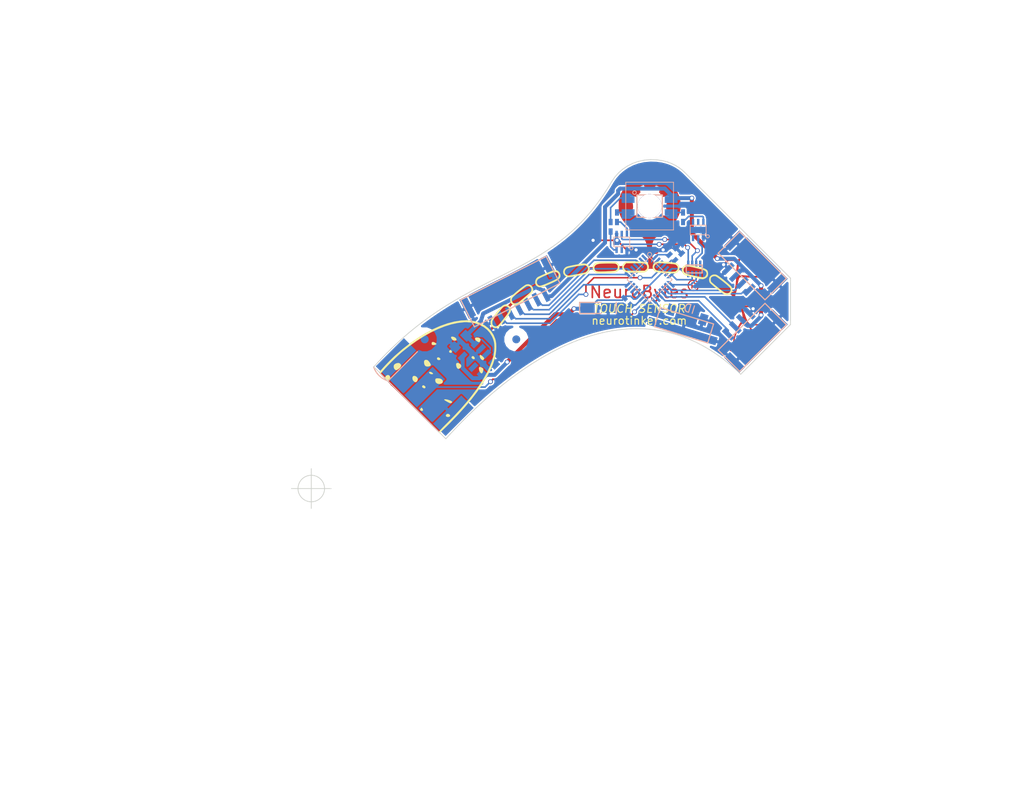
<source format=kicad_pcb>
(kicad_pcb (version 4) (host pcbnew 4.0.5-e0-6337~49~ubuntu14.04.1)
  (title_block (title "NeuroBytes Touch Sensor") (date 2017-05-16) (rev B) (company "NeuroTinker, LLC") (comment 1 "License: GPL v3"))
  (layers (0 F.Cu signal hide) (31 B.Cu signal) (34 B.Paste user) (35 F.Paste user) (36 B.SilkS user) (37 F.SilkS user hide) (38 B.Mask user) (39 F.Mask user hide) (44 Edge.Cuts user))
  (net 0 "")
  (net 1 +5V)
  (net 2 GND)
  (net 3 +3V3)
  (net 4 RESET)
  (net 5 "Net-(D1-Pad3)")
  (net 6 "Net-(D1-Pad4)")
  (net 7 "Net-(D1-Pad1)")
  (net 8 SWDIO/SCK)
  (net 9 SWCLK/MISO)
  (net 10 NSS)
  (net 11 MOSI)
  (net 12 "Net-(Q1-Pad2)")
  (net 13 "Net-(Q1-Pad3)")
  (net 14 "Net-(Q1-Pad5)")
  (net 15 "Net-(Q1-Pad6)")
  (net 16 "Net-(Q2-Pad2)")
  (net 17 "Net-(Q2-Pad3)")
  (net 18 "Net-(Q2-Pad5)")
  (net 19 "Net-(Q2-Pad6)")
  (net 20 LED_R)
  (net 21 LED_B)
  (net 22 LED_G)
  (net 23 IDENTIFY)
  (net 24 INPUT)
  (net 25 "Net-(U1-Pad2)")
  (net 26 "Net-(U1-Pad3)")
  (net 27 "Net-(U1-Pad13)")
  (net 28 "Net-(U1-Pad24)")
  (net 29 "Net-(U1-Pad25)")
  (net 30 "Net-(U1-Pad27)")
  (net 31 "Net-(U1-Pad28)")
  (net 32 "Net-(U2-Pad4)")
  (net 33 "Net-(R4-Pad2)")
  (net 34 "Net-(Q2-Pad4)")
  (net 35 "Net-(RN1-Pad4)")
  (net 36 "Net-(RN1-Pad5)")
  (net 37 A1IN)
  (net 38 A1EX)
  (net 39 A2IN)
  (net 40 A2EX)
  (net 41 "Net-(U1-Pad18)")
  (net 42 "Net-(U1-Pad19)")
  (net 43 "Net-(U1-Pad20)")
  (module KiCad_Footprints:ZF_CONN_JST_GH_7POS (layer B.Cu) (at 109 80.25 117)
    (fp_text reference P12)
    (fp_text value CONN_01X07 hide)
    (pad 3 smd rect (at -2.4 -1.25 27) (size 0.6 1.7) (layers B.Cu B.Paste B.Mask) (net 8 SWDIO/SCK))
    (pad 4 smd rect (at -2.4 0 27) (size 0.6 1.7) (layers B.Cu B.Paste B.Mask) (net 9 SWCLK/MISO))
    (pad 2 smd rect (at -2.4 -2.5 27) (size 0.6 1.7) (layers B.Cu B.Paste B.Mask) (net 4 RESET))
    (pad 1 smd rect (at -2.4 -3.75 27) (size 0.6 1.7) (layers B.Cu B.Paste B.Mask) (net 2 GND))
    (pad "" smd rect (at 0.65 5.675 27) (size 1 2.7) (layers B.Cu B.Paste B.Mask) (net 2 GND))
    (pad "" smd rect (at 0.649999 -5.675 27) (size 1 2.7) (layers B.Cu B.Paste B.Mask) (net 2 GND))
    (pad 5 smd rect (at -2.4 1.25 117) (size 1.7 0.6) (layers B.Cu B.Paste B.Mask) (net 10 NSS))
    (pad 6 smd rect (at -2.4 2.5 117) (size 1.7 0.6) (layers B.Cu B.Paste B.Mask) (net 11 MOSI))
    (pad 7 smd rect (at -2.4 3.75 117) (size 1.7 0.6) (layers B.Cu B.Paste B.Mask) (net 1 +5V))
  )
  (module KiCad_Footprints:ZF_CONN_JST_GH (layer B.Cu) (at 139.4 86 315)
    (fp_text reference P7)
    (fp_text value CONN_01X04 hide)
    (pad 3 smd rect (at -2.4 0.625 225) (size 0.6 1.7) (layers B.Cu B.Paste B.Mask) (net 39 A2IN))
    (pad 4 smd rect (at -2.4 1.875 225) (size 0.6 1.7) (layers B.Cu B.Paste B.Mask) (net 40 A2EX))
    (pad 2 smd rect (at -2.4 -0.625 225) (size 0.6 1.7) (layers B.Cu B.Paste B.Mask) (net 1 +5V))
    (pad 1 smd rect (at -2.4 -1.875 225) (size 0.6 1.7) (layers B.Cu B.Paste B.Mask) (net 2 GND))
    (pad "" smd rect (at 0.65 3.8 225) (size 1 2.7) (layers B.Cu B.Paste B.Mask) (net 2 GND))
    (pad "" smd rect (at 0.65 -3.8 225) (size 1 2.7) (layers B.Cu B.Paste B.Mask) (net 2 GND))
  )
  (module KiCad_Footprints:ZF_LED_RGB_SunLED_XZMDKCBDDG45S-9_cast (layer B.Cu) (at 126.5 69.5)
    (fp_text reference D1)
    (fp_text value LED_RABG hide)
    (pad "" thru_hole circle (at 0 0) (size 3 3) (drill 3) (layers *.Cu))
    (pad 3 smd rect (at 2.7 0.8) (size 1.6 0.8) (layers B.Cu B.Paste B.Mask) (net 5 "Net-(D1-Pad3)"))
    (pad 2 smd rect (at 2.7 -0.8) (size 1.6 0.8) (layers B.Cu B.Paste B.Mask) (net 1 +5V))
    (pad 4 smd rect (at -2.7 0.8) (size 1.6 0.8) (layers B.Cu B.Paste B.Mask) (net 6 "Net-(D1-Pad4)"))
    (pad 1 smd rect (at -2.7 -0.8) (size 1.6 0.8) (layers B.Cu B.Paste B.Mask) (net 7 "Net-(D1-Pad1)"))
    (pad 4 smd rect (at -3 1) (size 1 1.2) (layers B.Cu B.Paste B.Mask) (net 6 "Net-(D1-Pad4)"))
    (pad 1 smd rect (at -3 -1) (size 1 1.2) (layers B.Cu B.Paste B.Mask) (net 7 "Net-(D1-Pad1)"))
    (pad 3 smd rect (at 3 1) (size 1 1.2) (layers B.Cu B.Paste B.Mask) (net 5 "Net-(D1-Pad3)"))
    (pad 2 smd rect (at 3 -1) (size 1 1.2) (layers B.Cu B.Paste B.Mask) (net 1 +5V))
    (pad 4 smd trapezoid (at -2.5 1.4) (size 0.65 0.4) (rect_delta 0 -0.55) (layers B.Cu B.Paste B.Mask) (net 6 "Net-(D1-Pad4)"))
    (pad 1 smd trapezoid (at -2.5 -1.4 180) (size 0.65 0.4) (rect_delta 0 -0.55) (layers B.Cu B.Paste B.Mask) (net 7 "Net-(D1-Pad1)"))
    (pad 3 smd trapezoid (at 2.5 1.4) (size 0.65 0.4) (rect_delta 0 -0.55) (layers B.Cu B.Paste B.Mask) (net 5 "Net-(D1-Pad3)"))
    (pad 2 smd trapezoid (at 2.5 -1.4 180) (size 0.65 0.4) (rect_delta 0 -0.55) (layers B.Cu B.Paste B.Mask) (net 1 +5V))
  )
  (module KiCad_Footprints:ZF_SMD_NonPol_0603 (layer B.Cu) (at 102.75 86.5 225)
    (fp_text reference C1)
    (fp_text value C hide)
    (pad 1 smd rect (at -1 0 225) (size 1 1.2) (layers B.Cu B.Paste B.Mask) (net 1 +5V))
    (pad 2 smd rect (at 1 0 225) (size 1 1.2) (layers B.Cu B.Paste B.Mask) (net 2 GND))
  )
  (module KiCad_Footprints:ZF_SMD_pol_1206 (layer B.Cu) (at 120 82.3)
    (fp_text reference C2)
    (fp_text value CP hide)
    (pad 1 smd rect (at -1.3 0) (size 1.8 1.25) (layers B.Cu B.Paste B.Mask) (net 3 +3V3))
    (pad 2 smd rect (at 1.3 0) (size 1.8 1.25) (layers B.Cu B.Paste B.Mask) (net 2 GND))
  )
  (module KiCad_Footprints:ZF_SMD_NonPol_0402_cap (layer B.Cu) (at 123.75 81.5 315)
    (fp_text reference C3)
    (fp_text value C hide)
    (pad 1 smd rect (at -0.6 0 315) (size 0.8 0.5) (layers B.Cu B.Paste B.Mask) (net 3 +3V3))
    (pad 2 smd rect (at 0.6 0 315) (size 0.8 0.5) (layers B.Cu B.Paste B.Mask) (net 2 GND))
  )
  (module KiCad_Footprints:ZF_SMD_NonPol_0603 (layer B.Cu) (at 106.25 90 45)
    (fp_text reference C4)
    (fp_text value C hide)
    (pad 1 smd rect (at -1 0 45) (size 1 1.2) (layers B.Cu B.Paste B.Mask) (net 3 +3V3))
    (pad 2 smd rect (at 1 0 45) (size 1 1.2) (layers B.Cu B.Paste B.Mask) (net 2 GND))
  )
  (module KiCad_Footprints:ZF_SMD_NonPol_0402_cap (layer B.Cu) (at 130.1 75.9 45)
    (fp_text reference C5)
    (fp_text value C hide)
    (pad 1 smd rect (at -0.6 0 45) (size 0.8 0.5) (layers B.Cu B.Paste B.Mask) (net 4 RESET))
    (pad 2 smd rect (at 0.6 0 45) (size 0.8 0.5) (layers B.Cu B.Paste B.Mask) (net 2 GND))
  )
  (module KiCad_Footprints:ZF_CONN_JST_GH (layer B.Cu) (at 139.4 77 45)
    (fp_text reference P6)
    (fp_text value CONN_01X04 hide)
    (pad 3 smd rect (at -2.4 0.625 315) (size 0.6 1.7) (layers B.Cu B.Paste B.Mask) (net 37 A1IN))
    (pad 4 smd rect (at -2.4 1.875 315) (size 0.6 1.7) (layers B.Cu B.Paste B.Mask) (net 38 A1EX))
    (pad 2 smd rect (at -2.4 -0.625 315) (size 0.6 1.7) (layers B.Cu B.Paste B.Mask) (net 1 +5V))
    (pad 1 smd rect (at -2.4 -1.875 315) (size 0.6 1.7) (layers B.Cu B.Paste B.Mask) (net 2 GND))
    (pad "" smd rect (at 0.65 3.8 315) (size 1 2.7) (layers B.Cu B.Paste B.Mask) (net 2 GND))
    (pad "" smd rect (at 0.65 -3.8 315) (size 1 2.7) (layers B.Cu B.Paste B.Mask) (net 2 GND))
  )
  (module KiCad_Footprints:ZF_SMD_NonPol_0402 (layer B.Cu) (at 121.6 72.1 270)
    (fp_text reference R1)
    (fp_text value R hide)
    (pad 1 smd rect (at -0.6 0 270) (size 0.8 0.5) (layers B.Cu B.Paste B.Mask) (net 7 "Net-(D1-Pad1)"))
    (pad 2 smd rect (at 0.6 0 270) (size 0.8 0.5) (layers B.Cu B.Paste B.Mask) (net 13 "Net-(Q1-Pad3)"))
  )
  (module KiCad_Footprints:ZF_SMD_NonPol_0402 (layer B.Cu) (at 122.4 70.9 270)
    (fp_text reference R2)
    (fp_text value R hide)
    (pad 1 smd rect (at -0.6 0 270) (size 0.8 0.5) (layers B.Cu B.Paste B.Mask) (net 6 "Net-(D1-Pad4)"))
    (pad 2 smd rect (at 0.6 0 270) (size 0.8 0.5) (layers B.Cu B.Paste B.Mask) (net 15 "Net-(Q1-Pad6)"))
  )
  (module KiCad_Footprints:ZF_SMD_NonPol_0402 (layer B.Cu) (at 130.7 70.9 270)
    (fp_text reference R3)
    (fp_text value R hide)
    (pad 1 smd rect (at -0.6 0 270) (size 0.8 0.5) (layers B.Cu B.Paste B.Mask) (net 5 "Net-(D1-Pad3)"))
    (pad 2 smd rect (at 0.6 0 270) (size 0.8 0.5) (layers B.Cu B.Paste B.Mask) (net 19 "Net-(Q2-Pad6)"))
  )
  (module KiCad_Footprints:ZF_SOT23-5L (layer B.Cu) (at 104.5 88.25 315)
    (fp_text reference U2)
    (fp_text value LD3985G33R hide)
    (pad 2 smd rect (at 0 -1.15 135) (size 0.6 1.2) (layers B.Cu B.Paste B.Mask) (net 2 GND))
    (pad 1 smd rect (at -0.95 -1.15 135) (size 0.6 1.2) (layers B.Cu B.Paste B.Mask) (net 1 +5V))
    (pad 3 smd rect (at 0.95 -1.15 135) (size 0.6 1.2) (layers B.Cu B.Paste B.Mask) (net 1 +5V))
    (pad 4 smd rect (at 0.95 1.15 135) (size 0.6 1.2) (layers B.Cu B.Paste B.Mask) (net 32 "Net-(U2-Pad4)"))
    (pad 5 smd rect (at -0.95 1.15 135) (size 0.6 1.2) (layers B.Cu B.Paste B.Mask) (net 3 +3V3))
  )
  (module KiCad_Footprints:ZF_SMD_NonPol_0402 (layer B.Cu) (at 129.4 75.2 225)
    (fp_text reference R4)
    (fp_text value R hide)
    (pad 1 smd rect (at -0.6 0 225) (size 0.8 0.5) (layers B.Cu B.Paste B.Mask) (net 2 GND))
    (pad 2 smd rect (at 0.6 0 225) (size 0.8 0.5) (layers B.Cu B.Paste B.Mask) (net 33 "Net-(R4-Pad2)"))
  )
  (module KiCad_Footprints:ZF_RN_4iso_CTS-0804 (layer B.Cu) (at 132.1 77.4 90)
    (fp_text reference RN1)
    (fp_text value R_Pack04 hide)
    (pad 1 smd rect (at -0.65 -0.75) (size 0.3 0.8) (layers B.Cu B.Paste B.Mask) (net 20 LED_R))
    (pad 2 smd rect (at -0.65 -0.25) (size 0.3 0.8) (layers B.Cu B.Paste B.Mask) (net 22 LED_G))
    (pad 3 smd rect (at -0.65 0.25) (size 0.3 0.8) (layers B.Cu B.Paste B.Mask) (net 21 LED_B))
    (pad 4 smd rect (at -0.65 0.75) (size 0.3 0.8) (layers B.Cu B.Paste B.Mask) (net 35 "Net-(RN1-Pad4)"))
    (pad 5 smd rect (at 0.65 0.75) (size 0.3 0.8) (layers B.Cu B.Paste B.Mask) (net 36 "Net-(RN1-Pad5)"))
    (pad 6 smd rect (at 0.65 0.25) (size 0.3 0.8) (layers B.Cu B.Paste B.Mask) (net 16 "Net-(Q2-Pad2)"))
    (pad 7 smd rect (at 0.65 -0.25) (size 0.3 0.8) (layers B.Cu B.Paste B.Mask) (net 14 "Net-(Q1-Pad5)"))
    (pad 8 smd rect (at 0.65 -0.75) (size 0.3 0.8) (layers B.Cu B.Paste B.Mask) (net 12 "Net-(Q1-Pad2)"))
  )
  (module KiCad_Footprints:ZF_LOGO_Touch_Sensor (layer F.Cu) (at 126.55 69.45)
    (fp_text reference G*** hide)
    (fp_text value LOGO hide)
    (fp_poly (pts (xy 0.424216 -3.861743) (xy 1.038266 -3.735679) (xy 1.615 -3.51742) (xy 2.146044 -3.212036) (xy 2.62302 -2.8246) (xy 3.037551 -2.360183) (xy 3.141543 -2.216675) (xy 3.45257 -1.689373) (xy 3.676135 -1.140002) (xy 3.811289 -0.579203) (xy 3.857085 -0.017616) (xy 3.812577 0.534117) (xy 3.676816 1.065355) (xy 3.47422 1.52009) (xy 3.242174 1.897349) (xy 2.968624 2.251303) (xy 2.642629 2.592242) (xy 2.25325 2.930454) (xy 1.789548 3.276227) (xy 1.240584 3.639849) (xy 1.179405 3.678323) (xy 0.970322 3.817391) (xy 0.781532 3.957582) (xy 0.638134 4.079487) (xy 0.578765 4.142809) (xy 0.396519 4.461436) (xy 0.275707 4.855662) (xy 0.217163 5.319538) (xy 0.221718 5.847115) (xy 0.273345 6.3246) (xy 0.331364 6.688393) (xy 0.385135 6.962588) (xy 0.437413 7.158943) (xy 0.490956 7.289218) (xy 0.50508 7.31318) (xy 0.551804 7.359218) (xy 0.612674 7.331701) (xy 0.644691 7.304015) (xy 0.726068 7.2384) (xy 0.814538 7.190376) (xy 0.924591 7.158759) (xy 1.070717 7.142363) (xy 1.267406 7.140004) (xy 1.529145 7.150494) (xy 1.870427 7.172651) (xy 2.070651 7.187375) (xy 2.480791 7.220442) (xy 2.801836 7.253148) (xy 3.046212 7.289168) (xy 3.226343 7.332176) (xy 3.354656 7.385848) (xy 3.443576 7.453859) (xy 3.505526 7.539884) (xy 3.543584 7.623033) (xy 3.596559 7.736193) (xy 3.663027 7.796823) (xy 3.777618 7.827874) (xy 3.8716 7.840409) (xy 4.031069 7.852784) (xy 4.134386 7.833468) (xy 4.225238 7.769611) (xy 4.27481 7.721804) (xy 4.36713 7.639378) (xy 4.463624 7.582061) (xy 4.578331 7.550061) (xy 4.725291 7.543583) (xy 4.918543 7.562832) (xy 5.172127 7.608015) (xy 5.500081 7.679337) (xy 5.776726 7.743815) (xy 6.092547 7.821454) (xy 6.383726 7.898525) (xy 6.632212 7.96982) (xy 6.819948 8.030126) (xy 6.928883 8.074235) (xy 6.936229 8.078454) (xy 7.097949 8.225493) (xy 7.195238 8.412052) (xy 7.2136 8.531963) (xy 7.25864 8.620091) (xy 7.38173 8.72289) (xy 7.433513 8.755223) (xy 7.570619 8.830178) (xy 7.668289 8.856836) (xy 7.77314 8.840914) (xy 7.871524 8.808961) (xy 8.042218 8.764087) (xy 8.183985 8.7689) (xy 8.273911 8.792884) (xy 8.371926 8.844003) (xy 8.531063 8.94921) (xy 8.735622 9.096105) (xy 8.9699 9.272287) (xy 9.218198 9.465356) (xy 9.464813 9.662911) (xy 9.694045 9.852552) (xy 9.890192 10.021878) (xy 10.037554 10.158489) (xy 10.12043 10.249983) (xy 10.122321 10.252735) (xy 10.194661 10.449002) (xy 10.201258 10.6172) (xy 10.197591 10.757594) (xy 10.218009 10.824168) (xy 10.279148 10.84443) (xy 10.339498 10.8458) (xy 10.447617 10.828234) (xy 10.525138 10.758398) (xy 10.584875 10.651968) (xy 10.65998 10.439521) (xy 10.723085 10.142371) (xy 10.772098 9.776931) (xy 10.804932 9.359612) (xy 10.819496 8.906828) (xy 10.82004 8.804775) (xy 10.829374 8.283715) (xy 10.860544 7.835981) (xy 10.919149 7.434608) (xy 11.010787 7.052627) (xy 11.141057 6.663071) (xy 11.315559 6.238974) (xy 11.384781 6.084705) (xy 11.497165 5.821813) (xy 11.580065 5.594137) (xy 11.626172 5.422975) (xy 11.6332 5.360805) (xy 11.641599 5.240688) (xy 11.683908 5.191174) (xy 11.783209 5.1816) (xy 11.977984 5.207681) (xy 12.122317 5.275254) (xy 12.206986 5.36831) (xy 12.222767 5.47084) (xy 12.160438 5.566835) (xy 12.041794 5.630422) (xy 11.881271 5.730149) (xy 11.727568 5.906107) (xy 11.583948 6.143773) (xy 11.453674 6.42862) (xy 11.340008 6.746124) (xy 11.246212 7.081759) (xy 11.17555 7.420999) (xy 11.131284 7.749321) (xy 11.116676 8.052198) (xy 11.134988 8.315104) (xy 11.189485 8.523516) (xy 11.283427 8.662907) (xy 11.351374 8.704239) (xy 11.425443 8.717072) (xy 11.582944 8.734259) (xy 11.805885 8.754173) (xy 12.076272 8.77519) (xy 12.331153 8.792783) (xy 12.815488 8.817464) (xy 13.262131 8.826779) (xy 13.658801 8.821195) (xy 13.993219 8.801181) (xy 14.253103 8.767205) (xy 14.426176 8.719737) (xy 14.4424 8.71223) (xy 14.597003 8.648937) (xy 14.700904 8.65055) (xy 14.78398 8.720089) (xy 14.805319 8.748903) (xy 14.87504 8.908523) (xy 14.866834 9.056928) (xy 14.804868 9.146764) (xy 14.735123 9.182274) (xy 14.649333 9.162225) (xy 14.563568 9.114884) (xy 14.504001 9.083089) (xy 14.435172 9.059313) (xy 14.342861 9.042642) (xy 14.21285 9.03216) (xy 14.030921 9.026954) (xy 13.782853 9.02611) (xy 13.454429 9.028714) (xy 13.2588 9.030983) (xy 12.902809 9.033068) (xy 12.558043 9.03094) (xy 12.245424 9.025042) (xy 11.985876 9.015815) (xy 11.800323 9.003701) (xy 11.7602 8.999315) (xy 11.546565 8.980473) (xy 11.385881 8.983323) (xy 11.315616 8.999863) (xy 11.253546 9.046506) (xy 11.198399 9.124577) (xy 11.147269 9.244875) (xy 11.097247 9.418198) (xy 11.045425 9.655345) (xy 10.988894 9.967112) (xy 10.924748 10.3643) (xy 10.893741 10.5664) (xy 10.853688 10.755032) (xy 10.792437 10.968131) (xy 10.762316 11.055194) (xy 10.717213 11.187937) (xy 10.698182 11.298151) (xy 10.711737 11.405376) (xy 10.76439 11.529153) (xy 10.862656 11.68902) (xy 11.013047 11.904518) (xy 11.073519 11.9888) (xy 11.396101 12.488957) (xy 11.666835 13.013683) (xy 11.868154 13.528425) (xy 11.887153 13.589) (xy 12.037055 14.036263) (xy 12.183937 14.383223) (xy 12.328369 14.631112) (xy 12.415698 14.734384) (xy 12.579413 14.894457) (xy 13.842818 14.902128) (xy 14.237307 14.903969) (xy 14.543039 14.903586) (xy 14.772844 14.900194) (xy 14.939555 14.893006) (xy 15.056003 14.881238) (xy 15.135021 14.864103) (xy 15.18944 14.840817) (xy 15.223421 14.817598) (xy 15.338633 14.755413) (xy 15.41105 14.784915) (xy 15.441858 14.90684) (xy 15.443199 14.953438) (xy 15.418931 15.115103) (xy 15.351758 15.198438) (xy 15.25013 15.193958) (xy 15.235397 15.186736) (xy 15.118769 15.151011) (xy 14.920304 15.118476) (xy 14.659742 15.090096) (xy 14.356821 15.066839) (xy 14.03128 15.049672) (xy 13.702859 15.039561) (xy 13.391297 15.037473) (xy 13.116331 15.044374) (xy 12.897703 15.061232) (xy 12.8397 15.069405) (xy 12.717012 15.10236) (xy 12.659903 15.160839) (xy 12.666139 15.261723) (xy 12.733491 15.421898) (xy 12.780981 15.513759) (xy 12.874072 15.703995) (xy 12.973072 15.92948) (xy 13.030017 16.072155) (xy 13.126432 16.321818) (xy 13.201944 16.494379) (xy 13.269197 16.608635) (xy 13.340833 16.683387) (xy 13.429498 16.737432) (xy 13.498555 16.768781) (xy 13.639517 16.841792) (xy 13.704042 16.915909) (xy 13.715999 16.986278) (xy 13.671025 17.115515) (xy 13.554198 17.244126) (xy 13.392666 17.348638) (xy 13.2352 17.402013) (xy 13.096626 17.41893) (xy 13.012515 17.395585) (xy 12.972937 17.316013) (xy 12.967957 17.164252) (xy 12.98096 16.993382) (xy 12.990144 16.722811) (xy 12.960385 16.462856) (xy 12.885501 16.189765) (xy 12.75931 15.879782) (xy 12.613706 15.582368) (xy 12.47419 15.335383) (xy 12.320525 15.102332) (xy 12.165825 14.899513) (xy 12.023203 14.743223) (xy 11.90577 14.649758) (xy 11.847753 14.6304) (xy 11.772849 14.665035) (xy 11.656695 14.755481) (xy 11.534873 14.8717) (xy 11.304798 15.161355) (xy 11.087323 15.531075) (xy 10.89209 15.959366) (xy 10.728739 16.424738) (xy 10.606908 16.905697) (xy 10.594716 16.967752) (xy 10.542611 17.277804) (xy 10.521213 17.514064) (xy 10.531049 17.699753) (xy 10.572647 17.858092) (xy 10.6172 17.9578) (xy 10.683197 18.086978) (xy 10.709446 18.15632) (xy 10.698307 18.198453) (xy 10.652137 18.246003) (xy 10.638971 18.258971) (xy 10.513081 18.323116) (xy 10.343383 18.338153) (xy 10.174074 18.305737) (xy 10.058399 18.2372) (xy 9.986089 18.154587) (xy 9.966871 18.083038) (xy 10.005575 17.995244) (xy 10.107031 17.863893) (xy 10.129107 17.837374) (xy 10.238733 17.680053) (xy 10.318709 17.494264) (xy 10.384442 17.243954) (xy 10.386227 17.235667) (xy 10.501203 16.726843) (xy 10.612465 16.299178) (xy 10.727251 15.932823) (xy 10.852802 15.607931) (xy 10.996356 15.304652) (xy 11.165152 15.003139) (xy 11.252199 14.861271) (xy 11.37646 14.654404) (xy 11.485071 14.457425) (xy 11.562044 14.300065) (xy 11.58426 14.243763) (xy 11.625959 13.973903) (xy 11.596436 13.649506) (xy 11.499246 13.284816) (xy 11.337947 12.894077) (xy 11.168323 12.577684) (xy 11.066117 12.414128) (xy 10.929574 12.208695) (xy 10.771435 11.979127) (xy 10.604436 11.743168) (xy 10.441316 11.518562) (xy 10.294813 11.323053) (xy 10.177666 11.174383) (xy 10.102612 11.090295) (xy 10.09691 11.08528) (xy 10.004781 11.0567) (xy 9.846911 11.080232) (xy 9.829205 11.084798) (xy 9.654842 11.112435) (xy 9.501506 11.083495) (xy 9.4488 11.0628) (xy 9.357871 11.009282) (xy 9.204649 10.903285) (xy 9.005037 10.757205) (xy 8.774933 10.583433) (xy 8.530241 10.394365) (xy 8.28686 10.202393) (xy 8.060692 10.019911) (xy 7.867638 9.859314) (xy 7.723599 9.732993) (xy 7.652092 9.662411) (xy 7.586041 9.543272) (xy 7.539219 9.380464) (xy 7.532394 9.334584) (xy 7.503213 9.184679) (xy 7.438872 9.088433) (xy 7.311714 9.001907) (xy 7.115824 8.889167) (xy 6.948812 8.990993) (xy 6.793023 9.060181) (xy 6.636605 9.092665) (xy 6.623305 9.09301) (xy 6.496903 9.080813) (xy 6.298188 9.047075) (xy 6.046105 8.99638) (xy 5.7596 8.933309) (xy 5.457619 8.862445) (xy 5.159109 8.78837) (xy 4.883014 8.715667) (xy 4.648281 8.648918) (xy 4.473855 8.592705) (xy 4.378683 8.551611) (xy 4.375305 8.549292) (xy 4.256557 8.431284) (xy 4.1656 8.292863) (xy 4.105713 8.194643) (xy 4.024007 8.139727) (xy 3.885657 8.108157) (xy 3.829955 8.100517) (xy 3.668411 8.086125) (xy 3.565715 8.102055) (xy 3.481146 8.158418) (xy 3.44063 8.197187) (xy 3.309319 8.297981) (xy 3.171092 8.362453) (xy 3.166674 8.363618) (xy 3.073465 8.37181) (xy 2.896551 8.373554) (xy 2.6536 8.369206) (xy 2.362282 8.359121) (xy 2.040263 8.343655) (xy 1.964281 8.339407) (xy 1.561595 8.314125) (xy 1.247887 8.288234) (xy 1.010561 8.258926) (xy 0.837019 8.22339) (xy 0.714663 8.178818) (xy 0.630896 8.122398) (xy 0.57312 8.051322) (xy 0.558518 8.025874) (xy 0.518342 7.97444) (xy 0.450287 7.943912) (xy 0.330934 7.929109) (xy 0.136861 7.924849) (xy 0.1016 7.9248) (xy -0.105086 7.927974) (xy -0.233698 7.94095) (xy -0.307658 7.968909) (xy -0.350389 8.017033) (xy -0.355319 8.025874) (xy -0.405778 8.104456) (xy -0.471099 8.165401) (xy -0.563578 8.210671) (xy -0.695511 8.24223) (xy -0.879194 8.262042) (xy -1.126923 8.27207) (xy -1.450993 8.274277) (xy -1.8637 8.270628) (xy -1.886171 8.270336) (xy -3.055991 8.255) (xy -3.230479 8.0645) (xy -3.348319 7.948312) (xy -3.452957 7.892151) (xy -3.592225 7.874817) (xy -3.660319 7.874) (xy -3.820367 7.882108) (xy -3.932144 7.919852) (xy -4.040767 8.007362) (xy -4.104135 8.072009) (xy -4.174594 8.142833) (xy -4.244004 8.198465) (xy -4.325597 8.241281) (xy -4.432606 8.273659) (xy -4.578263 8.297977) (xy -4.7758 8.31661) (xy -5.03845 8.331937) (xy -5.379445 8.346334) (xy -5.696187 8.358011) (xy -6.075976 8.367698) (xy -6.368536 8.36426) (xy -6.587678 8.345239) (xy -6.747212 8.308183) (xy -6.860949 8.250635) (xy -6.942697 8.170142) (xy -6.969047 8.13175) (xy -7.073637 8.051158) (xy -7.234481 8.018307) (xy -7.420215 8.02951) (xy -7.599472 8.081076) (xy -7.740886 8.169318) (xy -7.788874 8.228167) (xy -7.846807 8.308252) (xy -7.925466 8.375994) (xy -8.03747 8.435586) (xy -8.195439 8.491218) (xy -8.411992 8.547081) (xy -8.69975 8.607366) (xy -9.071331 8.676265) (xy -9.214368 8.701583) (xy -9.596461 8.766811) (xy -9.893329 8.811606) (xy -10.119287 8.835879) (xy -10.288653 8.839544) (xy -10.415743 8.822513) (xy -10.514873 8.7847) (xy -10.600359 8.726018) (xy -10.638035 8.692922) (xy -10.69927 8.64174) (xy -10.758559 8.620995) (xy -10.845238 8.630731) (xy -10.988647 8.670991) (xy -11.0617 8.693552) (xy -11.242373 8.756784) (xy -11.341602 8.812896) (xy -11.377827 8.873359) (xy -11.3792 8.891041) (xy -11.399701 8.991022) (xy -11.467167 9.091131) (xy -11.590548 9.197382) (xy -11.778793 9.315788) (xy -12.040852 9.452363) (xy -12.385673 9.61312) (xy -12.585416 9.701604) (xy -12.877984 9.828428) (xy -13.146014 9.942397) (xy -13.372877 10.036617) (xy -13.541944 10.104192) (xy -13.636586 10.138225) (xy -13.641719 10.13962) (xy -13.780149 10.141367) (xy -13.95754 10.100056) (xy -13.995019 10.086645) (xy -14.218831 10.001171) (xy -14.500816 10.181554) (xy -14.661888 10.293535) (xy -14.749345 10.381997) (xy -14.781317 10.46707) (xy -14.7828 10.494591) (xy -14.794475 10.613951) (xy -14.835487 10.731713) (xy -14.91482 10.858456) (xy -15.041457 11.00476) (xy -15.224381 11.181203) (xy -15.472577 11.398366) (xy -15.739232 11.620943) (xy -15.98874 11.824808) (xy -16.218626 12.009453) (xy -16.414849 12.163851) (xy -16.563366 12.276975) (xy -16.650138 12.337798) (xy -16.657313 12.341919) (xy -16.812836 12.38234) (xy -16.991731 12.377795) (xy -17.116095 12.367109) (xy -17.207785 12.386972) (xy -17.301229 12.452695) (xy -17.419548 12.568055) (xy -17.539876 12.69795) (xy -17.599405 12.791793) (xy -17.612831 12.881528) (xy -17.601717 12.964109) (xy -17.60542 13.193869) (xy -17.644705 13.322982) (xy -17.702556 13.425416) (xy -17.812493 13.589647) (xy -17.961863 13.799166) (xy -18.138016 14.037464) (xy -18.328299 14.288034) (xy -18.520061 14.534367) (xy -18.70065 14.759954) (xy -18.857414 14.948289) (xy -18.977701 15.082861) (xy -19.035849 15.138171) (xy -19.202298 15.217899) (xy -19.358192 15.24) (xy -19.501999 15.256418) (xy -19.601366 15.323554) (xy -19.664314 15.4051) (xy -19.778675 15.558549) (xy -19.900562 15.704068) (xy -19.906058 15.710087) (xy -20.034569 15.849975) (xy -19.825699 16.243487) (xy -19.656405 16.600582) (xy -19.544204 16.93965) (xy -19.480588 17.296604) (xy -19.457049 17.707357) (xy -19.4564 17.802174) (xy -19.483058 18.3283) (xy -19.565893 18.856665) (xy -19.709198 19.402647) (xy -19.917267 19.981627) (xy -20.194394 20.608982) (xy -20.301111 20.828) (xy -20.814449 21.774054) (xy -21.424324 22.742756) (xy -22.128841 23.731584) (xy -22.926104 24.738016) (xy -23.814217 25.75953) (xy -24.763499 26.76528) (xy -25.077966 27.083105) (xy -25.383799 27.386523) (xy -25.6723 27.667368) (xy -25.934772 27.917473) (xy -26.162517 28.128671) (xy -26.34684 28.292795) (xy -26.479042 28.401677) (xy -26.550426 28.447152) (xy -26.555433 28.448) (xy -26.596496 28.412914) (xy -26.703874 28.311223) (xy -26.872154 28.14827) (xy -27.095919 27.9294) (xy -27.369754 27.65996) (xy -27.688244 27.345295) (xy -28.045972 26.990749) (xy -28.437524 26.601669) (xy -28.857484 26.183399) (xy -29.300436 25.741284) (xy -29.5148 25.527) (xy -29.96719 25.075324) (xy -30.399678 24.645006) (xy -30.806794 24.241399) (xy -31.183071 23.869855) (xy -31.523039 23.535726) (xy -31.821229 23.244367) (xy -32.072172 23.001131) (xy -32.270399 22.811369) (xy -32.410442 22.680434) (xy -32.486831 22.613681) (xy -32.499135 22.606) (xy -32.558028 22.56612) (xy -32.562801 22.541794) (xy -32.597268 22.48734) (xy -32.693208 22.374103) (xy -32.839421 22.214302) (xy -33.024713 22.02016) (xy -33.237886 21.8039) (xy -33.248601 21.7932) (xy -33.462511 21.577479) (xy -33.64918 21.384932) (xy -33.797461 21.227409) (xy -33.896212 21.11676) (xy -33.934288 21.064838) (xy -33.9344 21.06391) (xy -33.900116 20.99927) (xy -33.803988 20.873959) (xy -33.656106 20.699055) (xy -33.466562 20.485638) (xy -33.245444 20.244786) (xy -33.002843 19.987579) (xy -32.748849 19.725097) (xy -32.493551 19.468417) (xy -32.377784 19.35469) (xy -31.567568 18.602204) (xy -30.740417 17.905097) (xy -29.902018 17.265939) (xy -29.058053 16.687302) (xy -28.214207 16.171757) (xy -27.376166 15.721874) (xy -26.549613 15.340224) (xy -25.740232 15.029379) (xy -24.953709 14.791908) (xy -24.195728 14.630383) (xy -23.471973 14.547375) (xy -22.788129 14.545454) (xy -22.14988 14.627191) (xy -21.998995 14.660783) (xy -21.615791 14.783767) (xy -21.210461 14.964771) (xy -20.824922 15.18294) (xy -20.535645 15.388836) (xy -20.385777 15.508542) (xy -20.268812 15.598642) (xy -20.204719 15.643861) (xy -20.198931 15.6464) (xy -20.16289 15.607868) (xy -20.087517 15.507305) (xy -19.998239 15.3797) (xy -19.899877 15.228985) (xy -19.851942 15.125243) (xy -19.845076 15.033295) (xy -19.869922 14.917963) (xy -19.872704 14.907751) (xy -19.902821 14.770999) (xy -19.908497 14.645042) (xy -19.88325 14.516159) (xy -19.820594 14.370631) (xy -19.714044 14.194735) (xy -19.557117 13.974751) (xy -19.343329 13.696959) (xy -19.236546 13.561671) (xy -18.985059 13.246681) (xy -18.785008 13.0036) (xy -18.626293 12.82349) (xy -18.498819 12.697412) (xy -18.392486 12.616428) (xy -18.297199 12.571598) (xy -18.202859 12.553985) (xy -18.099369 12.55465) (xy -18.098981 12.554673) (xy -17.968049 12.55466) (xy -17.867253 12.524123) (xy -17.760872 12.446452) (xy -17.658601 12.349896) (xy -17.533422 12.219258) (xy -17.467242 12.117543) (xy -17.442259 12.007159) (xy -17.439957 11.888211) (xy -17.41762 11.667512) (xy -17.355145 11.509669) (xy -17.286388 11.432652) (xy -17.153338 11.30618) (xy -16.971684 11.143447) (xy -16.757119 10.957649) (xy -16.525333 10.76198) (xy -16.292018 10.569635) (xy -16.072864 10.393808) (xy -15.883562 10.247695) (xy -15.739804 10.14449) (xy -15.705135 10.12216) (xy -15.539425 10.049995) (xy -15.353719 10.012374) (xy -15.183337 10.012472) (xy -15.063594 10.053464) (xy -15.052074 10.063446) (xy -14.9921 10.077607) (xy -14.87995 10.040444) (xy -14.702508 9.94726) (xy -14.661887 9.923746) (xy -14.479098 9.808968) (xy -14.373772 9.720131) (xy -14.330216 9.642615) (xy -14.326574 9.611377) (xy -14.284229 9.426388) (xy -14.175852 9.237058) (xy -14.046041 9.10215) (xy -13.940616 9.037574) (xy -13.762401 8.947839) (xy -13.529764 8.840489) (xy -13.261076 8.72307) (xy -12.974707 8.603126) (xy -12.689027 8.488202) (xy -12.422407 8.385844) (xy -12.193216 8.303595) (xy -12.019825 8.249) (xy -11.921561 8.2296) (xy -11.755804 8.261484) (xy -11.584059 8.341845) (xy -11.569361 8.351491) (xy -11.464466 8.418459) (xy -11.382244 8.44642) (xy -11.284508 8.438507) (xy -11.133068 8.397853) (xy -11.104946 8.389591) (xy -10.937179 8.333081) (xy -10.840217 8.274605) (xy -10.785115 8.192901) (xy -10.76535 8.140139) (xy -10.717542 8.023878) (xy -10.650947 7.928692) (xy -10.553291 7.849486) (xy -10.412302 7.781168) (xy -10.215705 7.718646) (xy -9.951227 7.656827) (xy -9.606597 7.590619) (xy -9.320214 7.540493) (xy -8.966849 7.48055) (xy -8.698319 7.437026) (xy -8.499398 7.408719) (xy -8.354862 7.394424) (xy -8.249485 7.392937) (xy -8.168041 7.403054) (xy -8.095307 7.423572) (xy -8.050298 7.440073) (xy -7.895213 7.523486) (xy -7.784165 7.627378) (xy -7.770052 7.649788) (xy -7.692377 7.743635) (xy -7.596989 7.750921) (xy -7.475337 7.731681) (xy -7.319074 7.722414) (xy -7.305373 7.722293) (xy -7.162865 7.704417) (xy -7.071455 7.635188) (xy -7.030548 7.573988) (xy -6.927703 7.451784) (xy -6.785216 7.338655) (xy -6.755496 7.320795) (xy -6.687434 7.286438) (xy -6.61169 7.260115) (xy -6.513815 7.240545) (xy -6.37936 7.226448) (xy -6.193876 7.216541) (xy -5.942915 7.209545) (xy -5.612029 7.204179) (xy -5.412067 7.201707) (xy -4.256495 7.1882) (xy -4.065093 7.409753) (xy -3.953331 7.53395) (xy -3.870319 7.596467) (xy -3.779044 7.613063) (xy -3.642489 7.5995) (xy -3.625072 7.597112) (xy -3.457438 7.562031) (xy -3.355489 7.502597) (xy -3.296239 7.423154) (xy -3.229641 7.32431) (xy -3.148637 7.248065) (xy -3.040308 7.191871) (xy -2.891734 7.15318) (xy -2.689996 7.129444) (xy -2.422175 7.118114) (xy -2.075351 7.116643) (xy -1.761234 7.120386) (xy -1.401084 7.12669) (xy -1.127307 7.133731) (xy -0.924678 7.143083) (xy -0.777974 7.156322) (xy -0.67197 7.175024) (xy -0.591444 7.200765) (xy -0.521169 7.23512) (xy -0.492397 7.2517) (xy -0.371595 7.320854) (xy -0.293289 7.36149) (xy -0.280533 7.366) (xy -0.251575 7.318261) (xy -0.233612 7.185915) (xy -0.225813 6.98526) (xy -0.227352 6.732599) (xy -0.2374 6.444232) (xy -0.255127 6.13646) (xy -0.279706 5.825585) (xy -0.310308 5.527907) (xy -0.346105 5.259728) (xy -0.386268 5.037348) (xy -0.402373 4.968749) (xy -0.472303 4.7175) (xy -0.548436 4.50729) (xy -0.64224 4.324678) (xy -0.765182 4.156222) (xy -0.928731 3.988482) (xy -1.144355 3.808016) (xy -1.423523 3.601383) (xy -1.777702 3.355142) (xy -1.781127 3.3528) (xy -2.1929 3.051001) (xy -2.582305 2.727052) (xy -2.933511 2.396222) (xy -3.230685 2.073778) (xy -3.457994 1.774988) (xy -3.51953 1.6764) (xy -3.697922 1.335568) (xy -3.820706 1.009889) (xy -3.869114 0.789063) (xy -2.680197 0.789063) (xy -2.669703 0.835855) (xy -2.628834 0.948563) (xy -2.584524 1.05883) (xy -2.519961 1.20133) (xy -2.455604 1.283466) (xy -2.366281 1.314565) (xy -2.226821 1.303958) (xy -2.029176 1.264648) (xy -1.767352 1.208497) (xy -1.540168 1.429748) (xy -1.385388 1.585927) (xy -1.294892 1.704081) (xy -1.258195 1.814979) (xy -1.26481 1.949383) (xy -1.302026 2.128443) (xy -1.337853 2.294216) (xy -1.359093 2.414123) (xy -1.361315 2.460997) (xy -1.309833 2.484485) (xy -1.193535 2.533712) (xy -1.0922 2.575596) (xy -0.8382 2.679702) (xy -0.751247 2.571751) (xy -0.665694 2.450419) (xy -0.578044 2.305012) (xy -0.574594 2.2987) (xy -0.516031 2.204412) (xy -0.450428 2.155156) (xy -0.344651 2.136404) (xy -0.197998 2.1336) (xy 0.05898 2.139836) (xy 0.239281 2.165236) (xy 0.367415 2.219837) (xy 0.467894 2.313675) (xy 0.556533 2.44256) (xy 0.707693 2.688226) (xy 0.976146 2.579552) (xy 1.124265 2.518927) (xy 1.228086 2.475185) (xy 1.259794 2.46061) (xy 1.256789 2.410048) (xy 1.234508 2.286857) (xy 1.197704 2.117128) (xy 1.195507 2.107625) (xy 1.156204 1.929648) (xy 1.145137 1.8064) (xy 1.173341 1.710446) (xy 1.25185 1.614352) (xy 1.3917 1.490684) (xy 1.470061 1.425027) (xy 1.705886 1.227583) (xy 2.007904 1.29779) (xy 2.172179 1.329323) (xy 2.294559 1.340476) (xy 2.342807 1.331698) (xy 2.380585 1.267254) (xy 2.440848 1.142644) (xy 2.479916 1.05517) (xy 2.58414 0.81494) (xy 2.30951 0.64877) (xy 2.175383 0.562176) (xy 2.088777 0.481193) (xy 2.042663 0.383168) (xy 2.030014 0.245446) (xy 2.043803 0.045374) (xy 2.064917 -0.139697) (xy 2.089786 -0.296862) (xy 2.133433 -0.39734) (xy 2.220778 -0.478691) (xy 2.341793 -0.557046) (xy 2.586635 -0.707699) (xy 2.481163 -0.95075) (xy 2.415281 -1.095646) (xy 2.362307 -1.200007) (xy 2.343492 -1.229414) (xy 2.281478 -1.236064) (xy 2.150543 -1.218831) (xy 1.986402 -1.183187) (xy 1.661512 -1.101347) (xy 1.399839 -1.382495) (xy 1.138166 -1.663644) (xy 1.201931 -1.936722) (xy 1.237968 -2.100717) (xy 1.262062 -2.228709) (xy 1.267847 -2.275106) (xy 1.225941 -2.330343) (xy 1.119523 -2.397894) (xy 0.981901 -2.462607) (xy 0.846379 -2.50933) (xy 0.746266 -2.522913) (xy 0.730812 -2.519409) (xy 0.668186 -2.463127) (xy 0.58531 -2.350015) (xy 0.550425 -2.292844) (xy 0.469232 -2.174608) (xy 0.373583 -2.097972) (xy 0.2404 -2.054397) (xy 0.046604 -2.035341) (xy -0.154393 -2.032) (xy -0.448486 -2.032) (xy -0.611318 -2.2987) (xy -0.698447 -2.440597) (xy -0.761831 -2.54231) (xy -0.785506 -2.578597) (xy -0.834346 -2.568068) (xy -0.948589 -2.527098) (xy -1.058831 -2.482924) (xy -1.202605 -2.417529) (xy -1.284775 -2.352157) (xy -1.314589 -2.261536) (xy -1.301298 -2.120395) (xy -1.260634 -1.931495) (xy -1.200467 -1.670838) (xy -1.476534 -1.395225) (xy -1.7526 -1.119611) (xy -2.032 -1.194203) (xy -2.235612 -1.245021) (xy -2.366635 -1.258774) (xy -2.450187 -1.22626) (xy -2.511384 -1.138274) (xy -2.570991 -0.996714) (xy -2.678181 -0.723629) (xy -2.435921 -0.577715) (xy -2.303032 -0.486488) (xy -2.215726 -0.388384) (xy -2.164689 -0.259854) (xy -2.140607 -0.077349) (xy -2.134165 0.182677) (xy -2.13416 0.185204) (xy -2.137414 0.303956) (xy -2.157353 0.39471) (xy -2.208354 0.473366) (xy -2.304792 0.555822) (xy -2.461046 0.657979) (xy -2.680197 0.789063) (xy -3.869114 0.789063) (xy -3.895614 0.66818) (xy -3.930376 0.279258) (xy -3.935156 0) (xy -3.922873 -0.413052) (xy -3.88349 -0.760993) (xy -3.809227 -1.078461) (xy -3.692302 -1.40009) (xy -3.551906 -1.705998) (xy -3.23887 -2.232907) (xy -2.85228 -2.697456) (xy -2.402492 -3.094031) (xy -1.899862 -3.417018) (xy -1.354748 -3.6608) (xy -0.777504 -3.819764) (xy -0.178489 -3.888294) (xy 0.424216 -3.861743)) (layer F.Cu) (width 0.01))
    (fp_poly (pts (xy 0.294579 -1.232473) (xy 0.588984 -1.119793) (xy 0.852141 -0.921837) (xy 0.880548 -0.894065) (xy 1.063834 -0.680809) (xy 1.178801 -0.462376) (xy 1.241007 -0.202875) (xy 1.258926 -0.021196) (xy 1.26507 0.209578) (xy 1.244323 0.383583) (xy 1.191121 0.543385) (xy 1.18257 0.563004) (xy 0.988702 0.88959) (xy 0.735689 1.134381) (xy 0.427848 1.294548) (xy 0.069499 1.367259) (xy -0.0508 1.3716) (xy -0.295855 1.357462) (xy -0.497995 1.306917) (xy -0.649234 1.24065) (xy -0.954508 1.037662) (xy -1.177684 0.775545) (xy -1.31657 0.457925) (xy -1.368969 0.088427) (xy -1.369369 0.0508) (xy -1.324081 -0.319623) (xy -1.194554 -0.642544) (xy -0.990295 -0.908429) (xy -0.720813 -1.107743) (xy -0.395614 -1.230952) (xy -0.053526 -1.268885) (xy 0.294579 -1.232473)) (layer F.Cu) (width 0.01))
  )
  (module KiCad_Footprints:ZF_Fiducial-1mm (layer B.Cu) (at 98.25 86.25)
    (fp_text reference REF** hide)
    (fp_text value ZF_Fiducial-1mm hide)
    (pad "" smd circle (at 0 0) (size 1 1) (layers B.Cu B.Mask) (clearance 1))
  )
  (module KiCad_Footprints:ZF_Fiducial-1mm (layer B.Cu) (at 109.75 86.25)
    (fp_text reference REF** hide)
    (fp_text value ZF_Fiducial-1mm hide)
    (pad "" smd circle (at 0 0) (size 1 1) (layers B.Cu B.Mask))
  )
  (module KiCad_Footprints:ZF_SW_Momentary_Snap-Action_side-mtg (layer B.Cu) (at 100.017767 90.482233 135)
    (fp_text reference SW2)
    (fp_text value SW_PUSH hide)
    (pad 1 smd rect (at -5.1 -2.5 135) (size 2.2 5) (layers B.Cu B.Paste B.Mask) (net 2 GND))
    (pad 2 smd rect (at 0 -2.5 135) (size 2.2 5) (layers B.Cu B.Paste B.Mask) (net 24 INPUT))
    (pad 3 smd rect (at 5.1 -2.5 135) (size 2.2 5) (layers B.Cu B.Paste B.Mask))
  )
  (module KiCad_Footprints:ZF_SW_Momentary_SideMtg (layer B.Cu) (at 130.453814 85.678152 163)
    (fp_text reference SW1)
    (fp_text value SW_PUSH hide)
    (pad "" smd rect (at 0 0.5 163) (size 9 1) (layers B.Cu B.Paste B.Mask) (net 2 GND))
    (pad 1 smd rect (at -2.1 2.65 163) (size 1 1.4) (layers B.Cu B.Paste B.Mask) (net 2 GND))
    (pad 2 smd rect (at 2.1 2.65 163) (size 1 1.4) (layers B.Cu B.Paste B.Mask) (net 23 IDENTIFY))
  )
  (module KiCad_Footprints:ZF_IC_UFQFPN28-050 (layer B.Cu) (at 126.5 78.75 315)
    (fp_text reference U1)
    (fp_text value STM32L011Gx hide)
    (pad 1 smd rect (at -1.5 -2.4 135) (size 0.3 0.9) (layers B.Cu B.Paste B.Mask) (net 33 "Net-(R4-Pad2)"))
    (pad 2 smd rect (at -1 -2.25 135) (size 0.3 1.2) (layers B.Cu B.Paste B.Mask) (net 25 "Net-(U1-Pad2)"))
    (pad 3 smd rect (at -0.5 -2.25 135) (size 0.3 1.2) (layers B.Cu B.Paste B.Mask) (net 26 "Net-(U1-Pad3)"))
    (pad 4 smd rect (at 0 -2.25 135) (size 0.3 1.2) (layers B.Cu B.Paste B.Mask) (net 4 RESET))
    (pad 5 smd rect (at 0.5 -2.25 135) (size 0.3 1.2) (layers B.Cu B.Paste B.Mask) (net 3 +3V3))
    (pad 6 smd rect (at 1 -2.25 135) (size 0.3 1.2) (layers B.Cu B.Paste B.Mask) (net 20 LED_R))
    (pad 7 smd rect (at 1.5 -2.4 135) (size 0.3 0.9) (layers B.Cu B.Paste B.Mask) (net 22 LED_G))
    (pad 8 smd rect (at 2.4 -1.5 45) (size 0.3 0.9) (layers B.Cu B.Paste B.Mask) (net 21 LED_B))
    (pad 9 smd rect (at 2.25 -1 45) (size 0.3 1.2) (layers B.Cu B.Paste B.Mask) (net 37 A1IN))
    (pad 10 smd rect (at 2.25 -0.5 45) (size 0.3 1.2) (layers B.Cu B.Paste B.Mask) (net 38 A1EX))
    (pad 11 smd rect (at 2.25 0 45) (size 0.3 1.2) (layers B.Cu B.Paste B.Mask) (net 39 A2IN))
    (pad 12 smd rect (at 2.25 0.5 45) (size 0.3 1.2) (layers B.Cu B.Paste B.Mask) (net 40 A2EX))
    (pad 13 smd rect (at 2.25 1 45) (size 0.3 1.2) (layers B.Cu B.Paste B.Mask) (net 27 "Net-(U1-Pad13)"))
    (pad 14 smd rect (at 2.4 1.5 45) (size 0.3 0.9) (layers B.Cu B.Paste B.Mask) (net 23 IDENTIFY))
    (pad 15 smd rect (at 1.5 2.4 135) (size 0.3 0.9) (layers B.Cu B.Paste B.Mask) (net 24 INPUT))
    (pad 16 smd rect (at 1 2.25 135) (size 0.3 1.2) (layers B.Cu B.Paste B.Mask) (net 2 GND))
    (pad 17 smd rect (at 0.5 2.25 135) (size 0.3 1.2) (layers B.Cu B.Paste B.Mask) (net 3 +3V3))
    (pad 18 smd rect (at 0 2.25 135) (size 0.3 1.2) (layers B.Cu B.Paste B.Mask) (net 41 "Net-(U1-Pad18)"))
    (pad 19 smd rect (at -0.5 2.25 135) (size 0.3 1.2) (layers B.Cu B.Paste B.Mask) (net 42 "Net-(U1-Pad19)"))
    (pad 20 smd rect (at -1 2.25 135) (size 0.3 1.2) (layers B.Cu B.Paste B.Mask) (net 43 "Net-(U1-Pad20)"))
    (pad 21 smd rect (at -1.5 2.4 135) (size 0.3 0.9) (layers B.Cu B.Paste B.Mask) (net 8 SWDIO/SCK))
    (pad 22 smd rect (at -2.4 1.5 45) (size 0.3 0.9) (layers B.Cu B.Paste B.Mask) (net 9 SWCLK/MISO))
    (pad 23 smd rect (at -2.25 1 45) (size 0.3 1.2) (layers B.Cu B.Paste B.Mask) (net 10 NSS))
    (pad 24 smd rect (at -2.25 0.5 45) (size 0.3 1.2) (layers B.Cu B.Paste B.Mask) (net 28 "Net-(U1-Pad24)"))
    (pad 25 smd rect (at -2.25 0 45) (size 0.3 1.2) (layers B.Cu B.Paste B.Mask) (net 29 "Net-(U1-Pad25)"))
    (pad 26 smd rect (at -2.25 -0.5 45) (size 0.3 1.2) (layers B.Cu B.Paste B.Mask) (net 11 MOSI))
    (pad 27 smd rect (at -2.25 -1 45) (size 0.3 1.2) (layers B.Cu B.Paste B.Mask) (net 30 "Net-(U1-Pad27)"))
    (pad 28 smd rect (at -2.4 -1.5 45) (size 0.3 0.9) (layers B.Cu B.Paste B.Mask) (net 31 "Net-(U1-Pad28)"))
    (pad 1 smd trapezoid (at -1.5 -2 135) (size 0.3 0.5) (rect_delta 0.3 0) (layers B.Cu B.Paste B.Mask) (net 33 "Net-(R4-Pad2)"))
    (pad 28 smd trapezoid (at -2 -1.5 45) (size 0.3 0.5) (rect_delta 0.3 0) (layers B.Cu B.Paste B.Mask) (net 31 "Net-(U1-Pad28)"))
    (pad 14 smd trapezoid (at 2 1.5 225) (size 0.3 0.5) (rect_delta 0.3 0) (layers B.Cu B.Paste B.Mask) (net 23 IDENTIFY))
    (pad 15 smd trapezoid (at 1.5 2 315) (size 0.3 0.5) (rect_delta 0.3 0) (layers B.Cu B.Paste B.Mask) (net 24 INPUT))
    (pad 7 smd trapezoid (at 1.5 -2 315) (size 0.3 0.5) (rect_delta 0.3 0) (layers B.Cu B.Paste B.Mask) (net 22 LED_G))
    (pad 8 smd trapezoid (at 2 -1.5 45) (size 0.3 0.5) (rect_delta 0.3 0) (layers B.Cu B.Paste B.Mask) (net 21 LED_B))
    (pad 21 smd trapezoid (at -1.5 2 135) (size 0.3 0.5) (rect_delta 0.3 0) (layers B.Cu B.Paste B.Mask) (net 8 SWDIO/SCK))
    (pad 22 smd trapezoid (at -2 1.5 225) (size 0.3 0.5) (rect_delta 0.3 0) (layers B.Cu B.Paste B.Mask) (net 9 SWCLK/MISO))
  )
  (module KiCad_Footprints:ZF_SMD_SOT-363 (layer B.Cu) (at 123 74 180)
    (fp_text reference Q1)
    (fp_text value NPN_dual hide)
    (pad 1 smd rect (at -0.65 -1 180) (size 0.3 0.8) (layers B.Cu B.Paste B.Mask) (net 2 GND))
    (pad 2 smd rect (at 0 -1 180) (size 0.3 0.8) (layers B.Cu B.Paste B.Mask) (net 12 "Net-(Q1-Pad2)"))
    (pad 3 smd rect (at 0.65 -1 180) (size 0.3 0.8) (layers B.Cu B.Paste B.Mask) (net 13 "Net-(Q1-Pad3)"))
    (pad 4 smd rect (at 0.65 1 180) (size 0.3 0.8) (layers B.Cu B.Paste B.Mask) (net 2 GND))
    (pad 5 smd rect (at 0 1 180) (size 0.3 0.8) (layers B.Cu B.Paste B.Mask) (net 14 "Net-(Q1-Pad5)"))
    (pad 6 smd rect (at -0.65 1 180) (size 0.3 0.8) (layers B.Cu B.Paste B.Mask) (net 15 "Net-(Q1-Pad6)"))
  )
  (module KiCad_Footprints:ZF_SMD_SOT-363 (layer B.Cu) (at 132.6 72.5 180)
    (fp_text reference Q2)
    (fp_text value NPN_dual hide)
    (pad 1 smd rect (at -0.65 -1 180) (size 0.3 0.8) (layers B.Cu B.Paste B.Mask) (net 2 GND))
    (pad 2 smd rect (at 0 -1 180) (size 0.3 0.8) (layers B.Cu B.Paste B.Mask) (net 16 "Net-(Q2-Pad2)"))
    (pad 3 smd rect (at 0.65 -1 180) (size 0.3 0.8) (layers B.Cu B.Paste B.Mask) (net 17 "Net-(Q2-Pad3)"))
    (pad 4 smd rect (at 0.65 1 180) (size 0.3 0.8) (layers B.Cu B.Paste B.Mask) (net 34 "Net-(Q2-Pad4)"))
    (pad 5 smd rect (at 0 1 180) (size 0.3 0.8) (layers B.Cu B.Paste B.Mask) (net 18 "Net-(Q2-Pad5)"))
    (pad 6 smd rect (at -0.65 1 180) (size 0.3 0.8) (layers B.Cu B.Paste B.Mask) (net 19 "Net-(Q2-Pad6)"))
  )
  (target plus (at 84 105) (size 5) (width 0.1) (layer Edge.Cuts))
  (gr_text "TOUCH SENSOR" (at 125.2 82.4) (layer F.SilkS) (effects (font (size 1 1) (thickness 0.14) italic)))
  (gr_text NeuroBytes (at 125.2 80.3) (layer F.Cu) (effects (font (size 1.5 1.5) (thickness 0.21))))
  (gr_line (start 119.890111 69.200856) (end 119.507271 69.697256) (layer Edge.Cuts) (width 0.1))
  (gr_line (start 131.796649 86.368329) (end 132.369509 86.634862) (layer Edge.Cuts) (width 0.1))
  (gr_line (start 111.084117 89.735327) (end 111.671328 89.350374) (layer Edge.Cuts) (width 0.1))
  (gr_line (start 94.064946 87.407454) (end 93.516374 87.948189) (layer Edge.Cuts) (width 0.1))
  (gr_line (start 94.611077 86.887573) (end 94.064946 87.407454) (layer Edge.Cuts) (width 0.1))
  (gr_line (start 106.454549 93.286397) (end 107.025567 92.799214) (layer Edge.Cuts) (width 0.1))
  (gr_line (start 102.495799 81.087169) (end 101.988815 81.383316) (layer Edge.Cuts) (width 0.1))
  (gr_line (start 119.120844 70.174412) (end 118.730849 70.633066) (layer Edge.Cuts) (width 0.1))
  (gr_line (start 112.023432 76.061283) (end 111.576081 76.319028) (layer Edge.Cuts) (width 0.1))
  (gr_line (start 117.940254 71.49784) (end 117.539694 71.905445) (layer Edge.Cuts) (width 0.1))
  (gr_line (start 113.780587 74.964101) (end 113.346179 75.249812) (layer Edge.Cuts) (width 0.1))
  (gr_line (start 106.930991 78.736605) (end 106.449791 78.978713) (layer Edge.Cuts) (width 0.1))
  (gr_line (start 103.085609 96.442717) (end 103.639727 95.890258) (layer Edge.Cuts) (width 0.1))
  (gr_line (start 135.194822 88.325447) (end 135.751293 88.737048) (layer Edge.Cuts) (width 0.1))
  (gr_line (start 97.835438 84.16469) (end 97.304391 84.575027) (layer Edge.Cuts) (width 0.1))
  (gr_line (start 130.567531 64.952003) (end 130.212284 64.679108) (layer Edge.Cuts) (width 0.1))
  (gr_line (start 121.195676 85.279674) (end 121.793237 85.169632) (layer Edge.Cuts) (width 0.1))
  (gr_line (start 144.197564 78.558803) (end 130.855508 65.215892) (layer Edge.Cuts) (width 0.1))
  (gr_line (start 110.671847 76.819859) (end 110.215011 77.064427) (layer Edge.Cuts) (width 0.1))
  (gr_line (start 130.855508 65.215892) (end 130.567531 64.952003) (layer Edge.Cuts) (width 0.1))
  (gr_line (start 121.793237 85.169632) (end 122.390388 85.078206) (layer Edge.Cuts) (width 0.1))
  (gr_line (start 122.572794 65.342556) (end 122.123637 65.85311) (layer Edge.Cuts) (width 0.1))
  (gr_line (start 128.103898 63.784557) (end 127.401277 63.681938) (layer Edge.Cuts) (width 0.1))
  (gr_line (start 122.390388 85.078206) (end 122.987014 85.005664) (layer Edge.Cuts) (width 0.1))
  (gr_line (start 117.608045 86.315618) (end 118.205687 86.099591) (layer Edge.Cuts) (width 0.1))
  (gr_line (start 110.498537 90.134009) (end 111.084117 89.735327) (layer Edge.Cuts) (width 0.1))
  (gr_line (start 123.681143 64.480621) (end 123.093285 64.88193) (layer Edge.Cuts) (width 0.1))
  (gr_line (start 127.139243 85.049459) (end 127.727608 85.137769) (layer Edge.Cuts) (width 0.1))
  (gr_line (start 113.44159 88.280596) (end 114.03418 87.953269) (layer Edge.Cuts) (width 0.1))
  (gr_line (start 117.010784 86.548358) (end 117.608045 86.315618) (layer Edge.Cuts) (width 0.1))
  (gr_line (start 120.644951 68.147354) (end 120.269347 68.684471) (layer Edge.Cuts) (width 0.1))
  (gr_line (start 134.072943 87.576545) (end 134.635333 87.938704) (layer Edge.Cuts) (width 0.1))
  (gr_line (start 96.77078 85.001764) (end 96.23462 85.445646) (layer Edge.Cuts) (width 0.1))
  (gr_line (start 116.728152 72.674805) (end 116.317217 73.038045) (layer Edge.Cuts) (width 0.1))
  (gr_line (start 107.884454 78.258524) (end 107.40922 78.49679) (layer Edge.Cuts) (width 0.1))
  (gr_line (start 104.757149 94.816211) (end 105.320228 94.295169) (layer Edge.Cuts) (width 0.1))
  (gr_line (start 124.772623 84.90407) (end 125.366026 84.909771) (layer Edge.Cuts) (width 0.1))
  (gr_line (start 104.988583 79.726209) (end 104.495713 79.984908) (layer Edge.Cuts) (width 0.1))
  (gr_line (start 125.366026 84.909771) (end 125.95834 84.935735) (layer Edge.Cuts) (width 0.1))
  (gr_line (start 118.337313 71.073962) (end 117.940254 71.49784) (layer Edge.Cuts) (width 0.1))
  (gr_line (start 114.639513 74.365392) (end 114.211704 74.669543) (layer Edge.Cuts) (width 0.1))
  (gr_line (start 125.04311 63.893534) (end 124.332407 64.148028) (layer Edge.Cuts) (width 0.1))
  (gr_line (start 103.639727 95.890258) (end 104.196947 95.347999) (layer Edge.Cuts) (width 0.1))
  (gr_line (start 92.411993 89.095202) (end 91.856227 89.702965) (layer Edge.Cuts) (width 0.1))
  (gr_line (start 108.825865 77.783665) (end 108.356676 78.021062) (layer Edge.Cuts) (width 0.1))
  (gr_line (start 93.516374 87.948189) (end 92.965383 88.510525) (layer Edge.Cuts) (width 0.1))
  (gr_line (start 119.401669 85.718769) (end 119.99978 85.554513) (layer Edge.Cuts) (width 0.1))
  (gr_line (start 101.479076 81.68918) (end 100.966597 82.005504) (layer Edge.Cuts) (width 0.1))
  (gr_line (start 109.291998 77.545588) (end 108.825865 77.783665) (layer Edge.Cuts) (width 0.1))
  (gr_line (start 121.385189 67.007963) (end 121.016906 67.588765) (layer Edge.Cuts) (width 0.1))
  (gr_line (start 118.8036 85.900551) (end 119.401669 85.718769) (layer Edge.Cuts) (width 0.1))
  (gr_line (start 123.093285 64.88193) (end 122.572794 65.342556) (layer Edge.Cuts) (width 0.1))
  (gr_line (start 119.99978 85.554513) (end 120.59782 85.408059) (layer Edge.Cuts) (width 0.1))
  (gr_line (start 100.902392 98.74913) (end 101.44298 98.158583) (layer Edge.Cuts) (width 0.1))
  (gr_line (start 117.135653 72.297519) (end 116.728152 72.674805) (layer Edge.Cuts) (width 0.1))
  (gr_line (start 109.914695 90.546149) (end 110.498537 90.134009) (layer Edge.Cuts) (width 0.1))
  (gr_line (start 108.752691 91.409718) (end 109.332708 90.971475) (layer Edge.Cuts) (width 0.1))
  (gr_line (start 130.212284 64.679108) (end 129.78903 64.411564) (layer Edge.Cuts) (width 0.1))
  (gr_line (start 95.15475 86.387808) (end 94.611077 86.887573) (layer Edge.Cuts) (width 0.1))
  (gr_line (start 122.987014 85.005664) (end 123.583006 84.952279) (layer Edge.Cuts) (width 0.1))
  (gr_line (start 130.644042 85.904672) (end 131.221457 86.125022) (layer Edge.Cuts) (width 0.1))
  (gr_line (start 114.627829 87.64103) (end 115.222429 87.344149) (layer Edge.Cuts) (width 0.1))
  (gr_line (start 132.369509 86.634862) (end 132.93992 86.924896) (layer Edge.Cuts) (width 0.1))
  (gr_line (start 122.123637 65.85311) (end 121.74978 66.404203) (layer Edge.Cuts) (width 0.1))
  (gr_line (start 119.507271 69.697256) (end 119.120844 70.174412) (layer Edge.Cuts) (width 0.1))
  (gr_line (start 128.735573 63.949933) (end 128.103898 63.784557) (layer Edge.Cuts) (width 0.1))
  (gr_line (start 107.025567 92.799214) (end 107.599006 92.323856) (layer Edge.Cuts) (width 0.1))
  (gr_line (start 129.482999 85.531757) (end 130.064518 85.707006) (layer Edge.Cuts) (width 0.1))
  (gr_line (start 120.269347 68.684471) (end 119.890111 69.200856) (layer Edge.Cuts) (width 0.1))
  (gr_line (start 115.222429 87.344149) (end 115.817861 87.062895) (layer Edge.Cuts) (width 0.1))
  (gr_line (start 114.03418 87.953269) (end 114.627829 87.64103) (layer Edge.Cuts) (width 0.1))
  (gr_line (start 100.451406 82.333031) (end 99.933517 82.672502) (layer Edge.Cuts) (width 0.1))
  (gr_line (start 108.356676 78.021062) (end 107.884454 78.258524) (layer Edge.Cuts) (width 0.1))
  (gr_line (start 123.583006 84.952279) (end 124.178246 84.918322) (layer Edge.Cuts) (width 0.1))
  (gr_line (start 118.730849 70.633066) (end 118.337313 71.073962) (layer Edge.Cuts) (width 0.1))
  (gr_line (start 125.95834 84.935735) (end 126.549449 84.982203) (layer Edge.Cuts) (width 0.1))
  (gr_line (start 115.485113 73.725355) (end 115.063989 74.050912) (layer Edge.Cuts) (width 0.1))
  (gr_line (start 105.965642 79.223854) (end 105.478566 79.472771) (layer Edge.Cuts) (width 0.1))
  (gr_line (start 113.346179 75.249812) (end 112.908503 75.527417) (layer Edge.Cuts) (width 0.1))
  (gr_line (start 117.539694 71.905445) (end 117.135653 72.297519) (layer Edge.Cuts) (width 0.1))
  (gr_line (start 98.363893 83.770013) (end 97.835438 84.16469) (layer Edge.Cuts) (width 0.1))
  (gr_line (start 135.751293 88.737048) (end 136.304641 89.173776) (layer Edge.Cuts) (width 0.1))
  (gr_line (start 114.211704 74.669543) (end 113.780587 74.964101) (layer Edge.Cuts) (width 0.1))
  (gr_line (start 105.886066 93.78514) (end 106.454549 93.286397) (layer Edge.Cuts) (width 0.1))
  (gr_line (start 95.695936 85.907412) (end 95.15475 86.387808) (layer Edge.Cuts) (width 0.1))
  (gr_line (start 124.178246 84.918322) (end 124.772623 84.90407) (layer Edge.Cuts) (width 0.1))
  (gr_line (start 103.501399 80.52106) (end 103 80.8) (layer Edge.Cuts) (width 0.1))
  (gr_line (start 126.549449 84.982203) (end 127.139243 85.049459) (layer Edge.Cuts) (width 0.1))
  (gr_line (start 104.495713 79.984908) (end 103.999978 80.24961) (layer Edge.Cuts) (width 0.1))
  (gr_line (start 116.414019 86.797541) (end 117.010784 86.548358) (layer Edge.Cuts) (width 0.1))
  (gr_line (start 99.933517 82.672502) (end 99.412955 83.024662) (layer Edge.Cuts) (width 0.1))
  (gr_line (start 112.908503 75.527417) (end 112.467582 75.797659) (layer Edge.Cuts) (width 0.1))
  (gr_line (start 110.215011 77.064427) (end 109.755054 77.306091) (layer Edge.Cuts) (width 0.1))
  (gr_line (start 107.40922 78.49679) (end 106.930991 78.736605) (layer Edge.Cuts) (width 0.1))
  (gr_line (start 101.988815 81.383316) (end 101.479076 81.68918) (layer Edge.Cuts) (width 0.1))
  (gr_line (start 101.44298 98.158583) (end 101.987121 97.577151) (layer Edge.Cuts) (width 0.1))
  (gr_line (start 127.727608 85.137769) (end 128.314433 85.24741) (layer Edge.Cuts) (width 0.1))
  (gr_line (start 124.332407 64.148028) (end 123.681143 64.480621) (layer Edge.Cuts) (width 0.1))
  (gr_line (start 105.478566 79.472771) (end 104.988583 79.726209) (layer Edge.Cuts) (width 0.1))
  (gr_line (start 130.064518 85.707006) (end 130.644042 85.904672) (layer Edge.Cuts) (width 0.1))
  (gr_line (start 107.599006 92.323856) (end 108.17475 91.860602) (layer Edge.Cuts) (width 0.1))
  (gr_line (start 97.304391 84.575027) (end 96.77078 85.001764) (layer Edge.Cuts) (width 0.1))
  (gr_line (start 100.966597 82.005504) (end 100.451406 82.333031) (layer Edge.Cuts) (width 0.1))
  (gr_line (start 108.17475 91.860602) (end 108.752691 91.409718) (layer Edge.Cuts) (width 0.1))
  (gr_line (start 102.534703 97.005104) (end 103.085609 96.442717) (layer Edge.Cuts) (width 0.1))
  (gr_line (start 136.854748 89.635901) (end 137.4015 90.123699) (layer Edge.Cuts) (width 0.1))
  (gr_line (start 125.80929 63.726537) (end 125.04311 63.893534) (layer Edge.Cuts) (width 0.1))
  (gr_line (start 131.221457 86.125022) (end 131.796649 86.368329) (layer Edge.Cuts) (width 0.1))
  (gr_line (start 127.401277 63.681938) (end 126.626981 63.656425) (layer Edge.Cuts) (width 0.1))
  (gr_line (start 111.125545 76.571639) (end 110.671847 76.819859) (layer Edge.Cuts) (width 0.1))
  (gr_line (start 103.999978 80.24961) (end 103.501399 80.52106) (layer Edge.Cuts) (width 0.1))
  (gr_line (start 98.889738 83.390249) (end 98.363893 83.770013) (layer Edge.Cuts) (width 0.1))
  (gr_line (start 118.205687 86.099591) (end 118.8036 85.900551) (layer Edge.Cuts) (width 0.1))
  (gr_line (start 104.196947 95.347999) (end 104.757149 94.816211) (layer Edge.Cuts) (width 0.1))
  (gr_line (start 121.74978 66.404203) (end 121.385189 67.007963) (layer Edge.Cuts) (width 0.1))
  (gr_line (start 132.93992 86.924896) (end 133.507768 87.238699) (layer Edge.Cuts) (width 0.1))
  (gr_line (start 129.78903 64.411564) (end 129.29704 64.163722) (layer Edge.Cuts) (width 0.1))
  (gr_line (start 128.899601 85.378646) (end 129.482999 85.531757) (layer Edge.Cuts) (width 0.1))
  (gr_line (start 101.987121 97.577151) (end 102.534703 97.005104) (layer Edge.Cuts) (width 0.1))
  (gr_line (start 111.671328 89.350374) (end 112.260052 88.979418) (layer Edge.Cuts) (width 0.1))
  (gr_line (start 91.856227 89.702965) (end 100.902392 98.74913) (layer Edge.Cuts) (width 0.1))
  (gr_line (start 99.412955 83.024662) (end 98.889738 83.390249) (layer Edge.Cuts) (width 0.1))
  (gr_line (start 111.576081 76.319028) (end 111.125545 76.571639) (layer Edge.Cuts) (width 0.1))
  (gr_line (start 129.29704 64.163722) (end 128.735573 63.949933) (layer Edge.Cuts) (width 0.1))
  (gr_line (start 96.23462 85.445646) (end 95.695936 85.907412) (layer Edge.Cuts) (width 0.1))
  (gr_line (start 136.304641 89.173776) (end 136.854748 89.635901) (layer Edge.Cuts) (width 0.1))
  (gr_line (start 92.965383 88.510525) (end 92.411993 89.095202) (layer Edge.Cuts) (width 0.1))
  (gr_line (start 109.332708 90.971475) (end 109.914695 90.546149) (layer Edge.Cuts) (width 0.1))
  (gr_line (start 112.850176 88.622734) (end 113.44159 88.280596) (layer Edge.Cuts) (width 0.1))
  (gr_line (start 126.626981 63.656425) (end 125.80929 63.726537) (layer Edge.Cuts) (width 0.1))
  (gr_line (start 115.902861 73.387981) (end 115.485113 73.725355) (layer Edge.Cuts) (width 0.1))
  (gr_line (start 112.467582 75.797659) (end 112.023432 76.061283) (layer Edge.Cuts) (width 0.1))
  (gr_line (start 106.449791 78.978713) (end 105.965642 79.223854) (layer Edge.Cuts) (width 0.1))
  (gr_line (start 128.314433 85.24741) (end 128.899601 85.378646) (layer Edge.Cuts) (width 0.1))
  (gr_line (start 105.320228 94.295169) (end 105.886066 93.78514) (layer Edge.Cuts) (width 0.1))
  (gr_line (start 112.260052 88.979418) (end 112.850176 88.622734) (layer Edge.Cuts) (width 0.1))
  (gr_line (start 120.59782 85.408059) (end 121.195676 85.279674) (layer Edge.Cuts) (width 0.1))
  (gr_line (start 116.317217 73.038045) (end 115.902861 73.387981) (layer Edge.Cuts) (width 0.1))
  (gr_line (start 133.507768 87.238699) (end 134.072943 87.576545) (layer Edge.Cuts) (width 0.1))
  (gr_line (start 144.197747 84.388469) (end 144.197564 78.558803) (layer Edge.Cuts) (width 0.1))
  (gr_line (start 115.063989 74.050912) (end 114.639513 74.365392) (layer Edge.Cuts) (width 0.1))
  (gr_line (start 137.944786 90.637445) (end 144.197747 84.388469) (layer Edge.Cuts) (width 0.1))
  (gr_line (start 115.817861 87.062895) (end 116.414019 86.797541) (layer Edge.Cuts) (width 0.1))
  (gr_line (start 137.4015 90.123699) (end 137.944786 90.637445) (layer Edge.Cuts) (width 0.1))
  (gr_line (start 109.755054 77.306091) (end 109.291998 77.545588) (layer Edge.Cuts) (width 0.1))
  (gr_line (start 121.016906 67.588765) (end 120.644951 68.147354) (layer Edge.Cuts) (width 0.1))
  (gr_line (start 134.635333 87.938704) (end 135.194822 88.325447) (layer Edge.Cuts) (width 0.1))
  (gr_line (start 103 80.8) (end 102.495799 81.087169) (layer Edge.Cuts) (width 0.1))
  (gr_text ® (at 132 79.5) (layer F.Cu) (effects (font (size 1 1) (thickness 0.14))))
  (gr_text ID (at 131.5 82.4 343) (layer B.SilkS) (effects (font (size 1 1) (thickness 0.14)) (justify mirror)))
  (gr_text neurotinker.com (at 125.2 83.9) (layer F.SilkS) (effects (font (size 1 1) (thickness 0.14))))
  (segment (start 135 76.1) (end 131.8 72.9) (width 0.5) (layer F.Cu) (net 1))
  (segment (start 131.8 72.9) (end 131.8 68.5) (width 0.5) (layer F.Cu) (net 1))
  (via (at 131.8 68.5) (size 0.6) (drill 0.4) (layers F.Cu B.Cu) (net 1))
  (segment (start 135.008048 76.108048) (end 135 76.1) (width 0.5) (layer B.Cu) (net 1))
  (segment (start 137.108048 76.108048) (end 135.008048 76.108048) (width 0.5) (layer B.Cu) (net 1))
  (via (at 135 76.1) (size 0.6) (drill 0.4) (layers F.Cu B.Cu) (net 1))
  (segment (start 131.8 68.5) (end 129.5 68.5) (width 0.5) (layer B.Cu) (net 1))
  (segment (start 138.8 77.8) (end 137.108048 76.108048) (width 0.5) (layer B.Cu) (net 1))
  (segment (start 104.641421 86.765076) (end 105.136395 86.270102) (width 0.2) (layer B.Cu) (net 1))
  (segment (start 106.479898 87.330744) (end 106.479898 87.613605) (width 0.2) (layer B.Cu) (net 1))
  (segment (start 105.136395 86.270102) (end 105.419256 86.270102) (width 0.2) (layer B.Cu) (net 1))
  (segment (start 105.419256 86.270102) (end 106.479898 87.330744) (width 0.2) (layer B.Cu) (net 1))
  (segment (start 106.479898 87.613605) (end 105.984924 88.108579) (width 0.2) (layer B.Cu) (net 1))
  (segment (start 140.5 79.5) (end 138.8 77.8) (width 0.5) (layer B.Cu) (net 1))
  (segment (start 138.8 77.8) (end 138.583364 77.583364) (width 0.5) (layer B.Cu) (net 1))
  (segment (start 138.583364 77.583364) (end 137.932753 77.583364) (width 0.5) (layer B.Cu) (net 1))
  (segment (start 140.5 83.2) (end 140.5 79.5) (width 0.5) (layer F.Cu) (net 1))
  (via (at 140.5 79.5) (size 0.6) (drill 0.4) (layers F.Cu B.Cu) (net 1))
  (segment (start 138.144885 83.861002) (end 138.816636 84.532753) (width 0.5) (layer B.Cu) (net 1))
  (segment (start 138.816636 84.532753) (end 139.311629 84.532753) (width 0.5) (layer B.Cu) (net 1))
  (segment (start 139.311629 84.532753) (end 140.5 83.344382) (width 0.5) (layer B.Cu) (net 1))
  (segment (start 140.5 83.344382) (end 140.5 83.2) (width 0.5) (layer B.Cu) (net 1))
  (via (at 140.5 83.2) (size 0.6) (drill 0.4) (layers F.Cu B.Cu) (net 1))
  (segment (start 129.5 68.5) (end 129.5 68.4) (width 0.5) (layer B.Cu) (net 1))
  (segment (start 129.5 68.4) (end 128.4 67.3) (width 0.5) (layer B.Cu) (net 1))
  (segment (start 128.4 67.3) (end 122.789998 67.3) (width 0.5) (layer B.Cu) (net 1))
  (segment (start 122.549999 67.950001) (end 120.899999 69.600001) (width 0.5) (layer B.Cu) (net 1))
  (segment (start 122.789998 67.3) (end 122.549999 67.539999) (width 0.5) (layer B.Cu) (net 1))
  (segment (start 122.549999 67.539999) (end 122.549999 67.950001) (width 0.5) (layer B.Cu) (net 1))
  (segment (start 114.2 80.8) (end 113.6 80.9) (width 0.5) (layer B.Cu) (net 1))
  (segment (start 113.6 80.9) (end 113.430852 80.685951) (width 0.5) (layer B.Cu) (net 1))
  (segment (start 120.899999 69.600001) (end 120.9 74.1) (width 0.5) (layer B.Cu) (net 1))
  (segment (start 120.9 74.1) (end 114.2 80.8) (width 0.5) (layer B.Cu) (net 1))
  (segment (start 112.2 79.7) (end 113.1 80.1) (width 0.5) (layer B.Cu) (net 1))
  (segment (start 105.3 83.95) (end 105.6 83) (width 0.5) (layer B.Cu) (net 1))
  (segment (start 105.6 83) (end 112.2 79.7) (width 0.5) (layer B.Cu) (net 1))
  (segment (start 113.1 80.1) (end 113.430852 80.685951) (width 0.5) (layer B.Cu) (net 1))
  (segment (start 129.6 68.7) (end 129.2 68.7) (width 0.5) (layer B.Cu) (net 1))
  (segment (start 138.427745 77.583364) (end 137.932753 77.583364) (width 0.5) (layer B.Cu) (net 1))
  (segment (start 137.932753 77.583364) (end 137.261002 78.255115) (width 0.5) (layer B.Cu) (net 1))
  (segment (start 103.457107 85.792893) (end 105.3 83.95) (width 0.5) (layer B.Cu) (net 1))
  (segment (start 105.3 83.95) (end 105.156845 84.093155) (width 0.5) (layer B.Cu) (net 1))
  (segment (start 104.641421 86.765076) (end 104.42929 86.765076) (width 0.5) (layer B.Cu) (net 1))
  (segment (start 104.42929 86.765076) (end 103.457107 85.792893) (width 0.5) (layer B.Cu) (net 1))
  (segment (start 135.863946 76.858058) (end 135.791393 76.858058) (width 0.2) (layer B.Cu) (net 2))
  (segment (start 136.091392 76.558059) (end 135.791393 76.858058) (width 0.2) (layer F.Cu) (net 2))
  (segment (start 136.377119 77.371231) (end 135.863946 76.858058) (width 0.2) (layer B.Cu) (net 2))
  (segment (start 137.7 76.3) (end 136.349451 76.3) (width 0.2) (layer F.Cu) (net 2))
  (via (at 135.791393 76.858058) (size 0.6) (drill 0.4) (layers F.Cu B.Cu) (net 2))
  (segment (start 136.349451 76.3) (end 136.091392 76.558059) (width 0.2) (layer F.Cu) (net 2))
  (segment (start 139.2 82.1) (end 138 82.1) (width 0.2) (layer F.Cu) (net 2))
  (segment (start 139.5 82.4) (end 139.2 82.1) (width 0.2) (layer F.Cu) (net 2))
  (segment (start 139.028769 82.977119) (end 139.028769 82.871231) (width 0.2) (layer B.Cu) (net 2))
  (segment (start 139.028769 82.871231) (end 139.5 82.4) (width 0.2) (layer B.Cu) (net 2))
  (via (at 139.5 82.4) (size 0.6) (drill 0.4) (layers F.Cu B.Cu) (net 2))
  (segment (start 122.4 73.8) (end 119.4 73.8) (width 0.2) (layer F.Cu) (net 2))
  (via (at 119.4 73.8) (size 0.6) (drill 0.4) (layers F.Cu B.Cu) (net 2))
  (segment (start 128.2 75) (end 127.775736 75) (width 0.2) (layer F.Cu) (net 2))
  (segment (start 127.775736 75) (end 127.375736 75.4) (width 0.2) (layer F.Cu) (net 2))
  (segment (start 127.375736 75.4) (end 126.5 75.4) (width 0.2) (layer F.Cu) (net 2))
  (via (at 128.2 75) (size 0.6) (drill 0.4) (layers F.Cu B.Cu) (net 2))
  (segment (start 129.824264 74.775736) (end 128.424264 74.775736) (width 0.2) (layer B.Cu) (net 2))
  (segment (start 128.424264 74.775736) (end 128.2 75) (width 0.2) (layer B.Cu) (net 2))
  (segment (start 129.824264 74.775736) (end 130.524264 75.475736) (width 0.2) (layer B.Cu) (net 2))
  (segment (start 126.1 75) (end 126.5 75.4) (width 0.2) (layer F.Cu) (net 2))
  (segment (start 124.8 75) (end 126.1 75) (width 0.2) (layer F.Cu) (net 2))
  (segment (start 124.8 75) (end 123.65 75) (width 0.2) (layer B.Cu) (net 2))
  (segment (start 122.4 73.8) (end 123.6 75) (width 0.2) (layer F.Cu) (net 2))
  (segment (start 123.6 75) (end 124.8 75) (width 0.2) (layer F.Cu) (net 2))
  (via (at 124.8 75) (size 0.6) (drill 0.4) (layers F.Cu B.Cu) (net 2))
  (segment (start 122.35 73) (end 122.35 73.75) (width 0.2) (layer B.Cu) (net 2))
  (via (at 122.4 73.8) (size 0.6) (drill 0.4) (layers F.Cu B.Cu) (net 2))
  (segment (start 122.35 73.75) (end 122.4 73.8) (width 0.2) (layer B.Cu) (net 2))
  (segment (start 124.174264 81.924264) (end 124.73995 81.924264) (width 0.2) (layer B.Cu) (net 2))
  (segment (start 124.73995 81.924264) (end 125.616117 81.048097) (width 0.2) (layer B.Cu) (net 2))
  (segment (start 123.325736 81.075736) (end 123.07825 81.323222) (width 0.2) (layer B.Cu) (net 3))
  (segment (start 123.07825 81.323222) (end 119.951778 81.323222) (width 0.2) (layer B.Cu) (net 3))
  (segment (start 119.951778 81.323222) (end 118.975 82.3) (width 0.2) (layer B.Cu) (net 3))
  (segment (start 118.975 82.3) (end 118.7 82.3) (width 0.2) (layer B.Cu) (net 3))
  (segment (start 118.975 82.3) (end 119.8 81.475) (width 0.2) (layer B.Cu) (net 3))
  (segment (start 119.951778 81.323222) (end 119.8 81.475) (width 0.2) (layer B.Cu) (net 3))
  (segment (start 117 82.4) (end 118.6 82.4) (width 0.5) (layer B.Cu) (net 3))
  (segment (start 118.6 82.4) (end 118.7 82.3) (width 0.5) (layer B.Cu) (net 3))
  (segment (start 114.6 83.1) (end 116.3 83.1) (width 0.5) (layer F.Cu) (net 3))
  (segment (start 116.3 83.1) (end 117 82.4) (width 0.5) (layer F.Cu) (net 3))
  (via (at 117 82.4) (size 0.6) (drill 0.4) (layers F.Cu B.Cu) (net 3))
  (segment (start 108.6 89.1) (end 114.6 83.1) (width 0.5) (layer F.Cu) (net 3))
  (segment (start 105.542893 90.707107) (end 107.027833 90.707107) (width 0.5) (layer B.Cu) (net 3))
  (segment (start 108.6 89.13494) (end 108.6 89.1) (width 0.5) (layer B.Cu) (net 3))
  (segment (start 107.027833 90.707107) (end 108.6 89.13494) (width 0.5) (layer B.Cu) (net 3))
  (via (at 108.6 89.1) (size 0.6) (drill 0.4) (layers F.Cu B.Cu) (net 3))
  (segment (start 103.015076 88.391421) (end 103.015076 89.876361) (width 0.5) (layer B.Cu) (net 3))
  (segment (start 103.015076 89.876361) (end 104.270085 91.13137) (width 0.5) (layer B.Cu) (net 3))
  (segment (start 104.270085 91.13137) (end 105.11863 91.13137) (width 0.5) (layer B.Cu) (net 3))
  (segment (start 105.11863 91.13137) (end 105.542893 90.707107) (width 0.5) (layer B.Cu) (net 3))
  (segment (start 123.325736 81.075736) (end 123.573222 80.82825) (width 0.2) (layer B.Cu) (net 3))
  (segment (start 123.573222 80.82825) (end 124.123462 80.82825) (width 0.2) (layer B.Cu) (net 3))
  (segment (start 124.123462 80.82825) (end 124.48473 81.189518) (width 0.2) (layer B.Cu) (net 3))
  (segment (start 124.48473 81.189518) (end 124.767589 81.189518) (width 0.2) (layer B.Cu) (net 3))
  (segment (start 125.757537 80.19957) (end 128.444544 77.512563) (width 0.2) (layer B.Cu) (net 3))
  (segment (start 125.262563 80.694544) (end 125.757537 80.19957) (width 0.2) (layer B.Cu) (net 3))
  (segment (start 124.767589 81.189518) (end 125.262563 80.694544) (width 0.2) (layer B.Cu) (net 3))
  (segment (start 117.6 80.6) (end 118.5 80.6) (width 0.2) (layer B.Cu) (net 4))
  (via (at 118.5 80.6) (size 0.6) (drill 0.4) (layers F.Cu B.Cu) (net 4))
  (segment (start 129.675736 76.324264) (end 129.222183 76.324264) (width 0.2) (layer B.Cu) (net 4))
  (segment (start 129.222183 76.324264) (end 128.882411 76.664036) (width 0.2) (layer B.Cu) (net 4))
  (segment (start 128.882411 76.664036) (end 128.585964 76.664036) (width 0.2) (layer B.Cu) (net 4))
  (segment (start 117.6 80.6) (end 113.973927 84.226073) (width 0.2) (layer B.Cu) (net 4))
  (segment (start 113.973927 84.226073) (end 108.564742 84.226073) (width 0.2) (layer B.Cu) (net 4))
  (segment (start 108.564742 84.226073) (end 107.862061 83.523392) (width 0.2) (layer B.Cu) (net 4))
  (segment (start 118.5 80.6) (end 118.5 79.5) (width 0.2) (layer F.Cu) (net 4))
  (segment (start 118.5 79.5) (end 119.5 78.5) (width 0.2) (layer F.Cu) (net 4))
  (segment (start 119.5 78.5) (end 125.3 78.5) (width 0.2) (layer F.Cu) (net 4))
  (segment (start 128.585964 76.664036) (end 128.09099 77.15901) (width 0.2) (layer B.Cu) (net 4))
  (segment (start 128.09099 77.15901) (end 126.75 78.5) (width 0.2) (layer B.Cu) (net 4))
  (segment (start 126.75 78.5) (end 125.3 78.5) (width 0.2) (layer B.Cu) (net 4))
  (via (at 125.3 78.5) (size 0.6) (drill 0.4) (layers F.Cu B.Cu) (net 4))
  (segment (start 130.7 70.3) (end 129.7 70.3) (width 0.2) (layer B.Cu) (net 5))
  (segment (start 129.7 70.3) (end 129.5 70.5) (width 0.2) (layer B.Cu) (net 5))
  (segment (start 122.4 70.3) (end 123.3 70.3) (width 0.2) (layer B.Cu) (net 6))
  (segment (start 123.3 70.3) (end 123.5 70.5) (width 0.2) (layer B.Cu) (net 6))
  (segment (start 123.5 70.4) (end 123.5 70.5) (width 0.2) (layer B.Cu) (net 6))
  (segment (start 121.6 71.5) (end 121.6 69.7) (width 0.2) (layer B.Cu) (net 7))
  (segment (start 121.6 69.7) (end 122.8 68.5) (width 0.2) (layer B.Cu) (net 7))
  (segment (start 122.8 68.5) (end 123.5 68.5) (width 0.2) (layer B.Cu) (net 7))
  (segment (start 109.6785 83.658585) (end 108.975819 82.955904) (width 0.2) (layer B.Cu) (net 8))
  (segment (start 118.213604 79.386396) (end 113.941415 83.658585) (width 0.2) (layer B.Cu) (net 8))
  (segment (start 113.941415 83.658585) (end 109.6785 83.658585) (width 0.2) (layer B.Cu) (net 8))
  (segment (start 123.742284 79.386396) (end 118.213604 79.386396) (width 0.2) (layer B.Cu) (net 8))
  (segment (start 118.9 78.1) (end 113.908903 83.091097) (width 0.2) (layer B.Cu) (net 9))
  (segment (start 113.908903 83.091097) (end 110.792258 83.091097) (width 0.2) (layer B.Cu) (net 9))
  (segment (start 110.792258 83.091097) (end 110.089577 82.388416) (width 0.2) (layer B.Cu) (net 9))
  (segment (start 123.416548 78.1) (end 118.9 78.1) (width 0.2) (layer B.Cu) (net 9))
  (segment (start 123.742284 78.113604) (end 123.430152 78.113604) (width 0.2) (layer B.Cu) (net 9))
  (segment (start 123.430152 78.113604) (end 123.416548 78.1) (width 0.2) (layer B.Cu) (net 9))
  (segment (start 124.201903 77.866117) (end 123.706929 77.371143) (width 0.2) (layer B.Cu) (net 10))
  (segment (start 123.706929 77.371143) (end 119.028857 77.371143) (width 0.2) (layer B.Cu) (net 10))
  (segment (start 119.028857 77.371143) (end 113.876391 82.523609) (width 0.2) (layer B.Cu) (net 10))
  (segment (start 113.876391 82.523609) (end 111.906016 82.523609) (width 0.2) (layer B.Cu) (net 10))
  (segment (start 111.906016 82.523609) (end 111.203335 81.820928) (width 0.2) (layer B.Cu) (net 10))
  (segment (start 113.019775 81.95612) (end 112.317094 81.253439) (width 0.2) (layer B.Cu) (net 11))
  (segment (start 125.262563 76.805456) (end 124.767589 76.310482) (width 0.2) (layer B.Cu) (net 11))
  (segment (start 124.767589 76.310482) (end 119.504954 76.310482) (width 0.2) (layer B.Cu) (net 11))
  (segment (start 119.504954 76.310482) (end 113.859316 81.95612) (width 0.2) (layer B.Cu) (net 11))
  (segment (start 113.859316 81.95612) (end 113.019775 81.95612) (width 0.2) (layer B.Cu) (net 11))
  (segment (start 127.7 74.3) (end 123.1 74.3) (width 0.2) (layer B.Cu) (net 12))
  (segment (start 123.1 74.3) (end 123 74.4) (width 0.2) (layer B.Cu) (net 12))
  (via (at 127.7 74.3) (size 0.6) (drill 0.4) (layers F.Cu B.Cu) (net 12))
  (segment (start 129.024264 74.300011) (end 127.700011 74.300011) (width 0.2) (layer F.Cu) (net 12))
  (segment (start 127.700011 74.300011) (end 127.7 74.3) (width 0.2) (layer F.Cu) (net 12))
  (segment (start 123 75) (end 123 74.4) (width 0.2) (layer B.Cu) (net 12))
  (segment (start 130.851467 74.300011) (end 129.024264 74.300011) (width 0.2) (layer F.Cu) (net 12))
  (segment (start 131.275728 74.724272) (end 130.851467 74.300011) (width 0.2) (layer F.Cu) (net 12))
  (segment (start 131.35 76.75) (end 131.35 74.798544) (width 0.2) (layer B.Cu) (net 12))
  (segment (start 131.35 74.798544) (end 131.275728 74.724272) (width 0.2) (layer B.Cu) (net 12))
  (via (at 131.275728 74.724272) (size 0.6) (drill 0.4) (layers F.Cu B.Cu) (net 12))
  (segment (start 121.6 74.6) (end 121.6 72.7) (width 0.2) (layer B.Cu) (net 13))
  (segment (start 122 75) (end 121.6 74.6) (width 0.2) (layer B.Cu) (net 13))
  (segment (start 122 75) (end 122.35 75) (width 0.2) (layer B.Cu) (net 13))
  (segment (start 128.4 73.7) (end 123.1 73.7) (width 0.2) (layer B.Cu) (net 14))
  (segment (start 123.1 73.7) (end 123 73.6) (width 0.2) (layer B.Cu) (net 14))
  (segment (start 123 73.6) (end 123 73) (width 0.2) (layer B.Cu) (net 14))
  (segment (start 129.3 73.7) (end 128.4 73.7) (width 0.2) (layer F.Cu) (net 14))
  (via (at 128.4 73.7) (size 0.6) (drill 0.4) (layers F.Cu B.Cu) (net 14))
  (segment (start 131.1 73.7) (end 131.2 73.8) (width 0.2) (layer F.Cu) (net 14))
  (segment (start 129.3 73.7) (end 131.1 73.7) (width 0.2) (layer F.Cu) (net 14))
  (segment (start 131.2 73.8) (end 132.5 75.1) (width 0.2) (layer F.Cu) (net 14))
  (segment (start 131.85 76.75) (end 131.85 75.75) (width 0.2) (layer B.Cu) (net 14))
  (segment (start 131.85 75.75) (end 132.5 75.1) (width 0.2) (layer B.Cu) (net 14))
  (via (at 132.5 75.1) (size 0.6) (drill 0.4) (layers F.Cu B.Cu) (net 14))
  (segment (start 123.65 73) (end 123.65 72.5) (width 0.2) (layer B.Cu) (net 15))
  (segment (start 122.85 71.5) (end 123.65 72.3) (width 0.2) (layer B.Cu) (net 15))
  (segment (start 123.65 72.5) (end 123.65 72.4) (width 0.2) (layer B.Cu) (net 15))
  (segment (start 122.4 71.5) (end 122.85 71.5) (width 0.2) (layer B.Cu) (net 15))
  (segment (start 123.65 72.3) (end 123.65 72.5) (width 0.2) (layer B.Cu) (net 15))
  (segment (start 133.1 75.4) (end 133.1 74.6) (width 0.2) (layer B.Cu) (net 16))
  (segment (start 133.1 74.6) (end 132.6 74.1) (width 0.2) (layer B.Cu) (net 16))
  (segment (start 132.6 74.1) (end 132.6 73.5) (width 0.2) (layer B.Cu) (net 16))
  (segment (start 132.35 76.75) (end 132.35 76.15) (width 0.2) (layer B.Cu) (net 16))
  (segment (start 132.35 76.15) (end 133.1 75.4) (width 0.2) (layer B.Cu) (net 16))
  (segment (start 133.25 71.5) (end 133.25 70.9) (width 0.2) (layer B.Cu) (net 19))
  (segment (start 133.25 70.9) (end 133.149999 70.799999) (width 0.2) (layer B.Cu) (net 19))
  (segment (start 133.149999 70.799999) (end 131.400002 70.799999) (width 0.2) (layer B.Cu) (net 19))
  (segment (start 131.400001 70.799999) (end 130.7 71.5) (width 0.2) (layer B.Cu) (net 19))
  (segment (start 131.35 78.05) (end 131 78.05) (width 0.2) (layer B.Cu) (net 20))
  (segment (start 131 78.05) (end 130.321143 77.371143) (width 0.2) (layer B.Cu) (net 20))
  (segment (start 130.321143 77.371143) (end 129.293071 77.371143) (width 0.2) (layer B.Cu) (net 20))
  (segment (start 129.293071 77.371143) (end 128.798097 77.866117) (width 0.2) (layer B.Cu) (net 20))
  (segment (start 132.35 78.05) (end 132.35 78.705702) (width 0.2) (layer B.Cu) (net 21))
  (segment (start 131.669306 79.386396) (end 129.569848 79.386396) (width 0.2) (layer B.Cu) (net 21))
  (segment (start 132.35 78.705702) (end 131.669306 79.386396) (width 0.2) (layer B.Cu) (net 21))
  (segment (start 129.569848 79.386396) (end 129.257716 79.386396) (width 0.2) (layer B.Cu) (net 21))
  (segment (start 131.85 78.640002) (end 131.85 78.05) (width 0.2) (layer B.Cu) (net 22))
  (segment (start 131.740001 78.750001) (end 131.85 78.640002) (width 0.2) (layer B.Cu) (net 22))
  (segment (start 129.894113 78.750001) (end 131.740001 78.750001) (width 0.2) (layer B.Cu) (net 22))
  (segment (start 129.257716 78.113604) (end 129.894113 78.750001) (width 0.2) (layer B.Cu) (net 22))
  (segment (start 128.058644 82.429964) (end 127.136396 81.507716) (width 0.2) (layer B.Cu) (net 23))
  (segment (start 129.120359 82.429964) (end 128.058644 82.429964) (width 0.2) (layer B.Cu) (net 23))
  (segment (start 116.7 83.8) (end 117.1 83.4) (width 0.2) (layer F.Cu) (net 24))
  (segment (start 117.1 83.4) (end 124 83.4) (width 0.2) (layer F.Cu) (net 24))
  (segment (start 124 83.4) (end 124.6 82.8) (width 0.2) (layer F.Cu) (net 24))
  (segment (start 124.6 82.8) (end 124.6 82.77132) (width 0.2) (layer B.Cu) (net 24))
  (segment (start 124.6 82.77132) (end 125.863604 81.507716) (width 0.2) (layer B.Cu) (net 24))
  (via (at 124.6 82.8) (size 0.6) (drill 0.4) (layers F.Cu B.Cu) (net 24))
  (segment (start 125.8 81.6) (end 125.863604 81.507716) (width 0.2) (layer B.Cu) (net 24))
  (segment (start 106.507933 91.56781) (end 106.807932 91.267811) (width 0.2) (layer F.Cu) (net 24))
  (segment (start 106.807932 91.267811) (end 107.332189 91.267811) (width 0.2) (layer F.Cu) (net 24))
  (segment (start 107.332189 91.267811) (end 114.8 83.8) (width 0.2) (layer F.Cu) (net 24))
  (segment (start 114.8 83.8) (end 116.7 83.8) (width 0.2) (layer F.Cu) (net 24))
  (segment (start 98.25 92.25) (end 105.825743 92.25) (width 0.2) (layer B.Cu) (net 24))
  (via (at 106.507933 91.56781) (size 0.6) (drill 0.4) (layers F.Cu B.Cu) (net 24))
  (segment (start 105.825743 92.25) (end 106.507933 91.56781) (width 0.2) (layer B.Cu) (net 24))
  (segment (start 127.525304 75.603376) (end 127.136396 75.992284) (width 0.2) (layer B.Cu) (net 33))
  (segment (start 128.501295 75.603376) (end 127.525304 75.603376) (width 0.2) (layer B.Cu) (net 33))
  (segment (start 128.522183 75.624264) (end 128.501295 75.603376) (width 0.2) (layer B.Cu) (net 33))
  (segment (start 128.975736 75.624264) (end 128.522183 75.624264) (width 0.2) (layer B.Cu) (net 33))
  (segment (start 129.594118 80.11067) (end 129.60481 80.099978) (width 0.2) (layer B.Cu) (net 37))
  (segment (start 129.60481 80.099978) (end 137.183905 80.099978) (width 0.2) (layer B.Cu) (net 37))
  (segment (start 129.274884 80.11067) (end 129.594118 80.11067) (width 0.2) (layer B.Cu) (net 37))
  (segment (start 137.473134 79.810749) (end 138.144885 79.138998) (width 0.2) (layer B.Cu) (net 37))
  (segment (start 137.183905 80.099978) (end 137.473134 79.810749) (width 0.2) (layer B.Cu) (net 37))
  (segment (start 128.798097 79.633883) (end 129.274884 80.11067) (width 0.2) (layer B.Cu) (net 37))
  (segment (start 128.939518 80.482411) (end 128.444544 79.987437) (width 0.2) (layer B.Cu) (net 38))
  (segment (start 128.957096 80.499989) (end 128.939518 80.482411) (width 0.2) (layer B.Cu) (net 38))
  (segment (start 129.179889 80.510681) (end 129.169197 80.499989) (width 0.2) (layer B.Cu) (net 38))
  (segment (start 129.770499 80.499989) (end 129.759807 80.510681) (width 0.2) (layer B.Cu) (net 38))
  (segment (start 138.027397 80.499989) (end 129.770499 80.499989) (width 0.2) (layer B.Cu) (net 38))
  (segment (start 139.028769 80.022881) (end 138.504505 80.022881) (width 0.2) (layer B.Cu) (net 38))
  (segment (start 129.169197 80.499989) (end 128.957096 80.499989) (width 0.2) (layer B.Cu) (net 38))
  (segment (start 138.504505 80.022881) (end 138.027397 80.499989) (width 0.2) (layer B.Cu) (net 38))
  (segment (start 129.759807 80.510681) (end 129.179889 80.510681) (width 0.2) (layer B.Cu) (net 38))
  (segment (start 133.426809 80.910692) (end 136.589251 84.073134) (width 0.2) (layer B.Cu) (net 39))
  (segment (start 128.09099 80.34099) (end 128.660692 80.910692) (width 0.2) (layer B.Cu) (net 39))
  (segment (start 136.589251 84.073134) (end 137.261002 84.744885) (width 0.2) (layer B.Cu) (net 39))
  (segment (start 128.660692 80.910692) (end 133.426809 80.910692) (width 0.2) (layer B.Cu) (net 39))
  (segment (start 136.377119 85.104505) (end 136.377119 85.628769) (width 0.2) (layer B.Cu) (net 40))
  (segment (start 132.672614 81.4) (end 136.377119 85.104505) (width 0.2) (layer B.Cu) (net 40))
  (segment (start 128.442893 81.4) (end 132.672614 81.4) (width 0.2) (layer B.Cu) (net 40))
  (segment (start 127.737437 80.694544) (end 128.442893 81.4) (width 0.2) (layer B.Cu) (net 40))
  (zone (net 2) (net_name GND) (layer B.Cu) (connect_pads (clearance 0.2)) (min_thickness 0.3) (fill yes (arc_segments 16) (thermal_gap 0.2) (thermal_bridge_width 0.4))
    (polygon (pts (xy 86.9 59.5) (xy 151 60.9) (xy 148.3 105.3) (xy 86.3 101.1)))
  )
)
</source>
